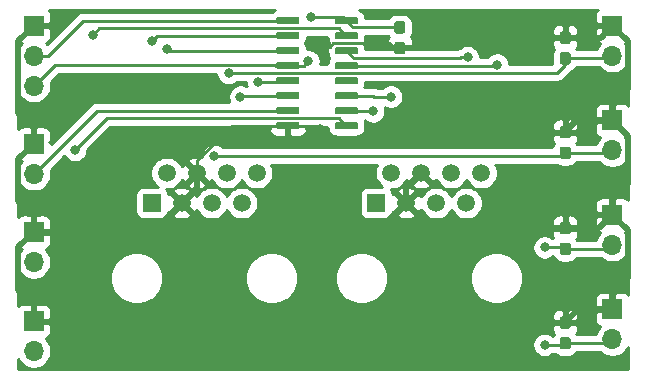
<source format=gbr>
G04 #@! TF.GenerationSoftware,KiCad,Pcbnew,5.1.5-52549c5~84~ubuntu18.04.1*
G04 #@! TF.CreationDate,2020-03-03T19:20:35-07:00*
G04 #@! TF.ProjectId,transmitter-test,7472616e-736d-4697-9474-65722d746573,rev?*
G04 #@! TF.SameCoordinates,Original*
G04 #@! TF.FileFunction,Copper,L1,Top*
G04 #@! TF.FilePolarity,Positive*
%FSLAX46Y46*%
G04 Gerber Fmt 4.6, Leading zero omitted, Abs format (unit mm)*
G04 Created by KiCad (PCBNEW 5.1.5-52549c5~84~ubuntu18.04.1) date 2020-03-03 19:20:35*
%MOMM*%
%LPD*%
G04 APERTURE LIST*
%ADD10C,0.100000*%
%ADD11O,1.700000X1.700000*%
%ADD12R,1.700000X1.700000*%
%ADD13C,1.500000*%
%ADD14R,1.500000X1.500000*%
%ADD15C,0.800000*%
%ADD16C,0.500000*%
%ADD17C,0.250000*%
%ADD18C,0.254000*%
G04 APERTURE END LIST*
G04 #@! TA.AperFunction,SMDPad,CuDef*
D10*
G36*
X115314703Y-67255722D02*
G01*
X115329264Y-67257882D01*
X115343543Y-67261459D01*
X115357403Y-67266418D01*
X115370710Y-67272712D01*
X115383336Y-67280280D01*
X115395159Y-67289048D01*
X115406066Y-67298934D01*
X115415952Y-67309841D01*
X115424720Y-67321664D01*
X115432288Y-67334290D01*
X115438582Y-67347597D01*
X115443541Y-67361457D01*
X115447118Y-67375736D01*
X115449278Y-67390297D01*
X115450000Y-67405000D01*
X115450000Y-67705000D01*
X115449278Y-67719703D01*
X115447118Y-67734264D01*
X115443541Y-67748543D01*
X115438582Y-67762403D01*
X115432288Y-67775710D01*
X115424720Y-67788336D01*
X115415952Y-67800159D01*
X115406066Y-67811066D01*
X115395159Y-67820952D01*
X115383336Y-67829720D01*
X115370710Y-67837288D01*
X115357403Y-67843582D01*
X115343543Y-67848541D01*
X115329264Y-67852118D01*
X115314703Y-67854278D01*
X115300000Y-67855000D01*
X113650000Y-67855000D01*
X113635297Y-67854278D01*
X113620736Y-67852118D01*
X113606457Y-67848541D01*
X113592597Y-67843582D01*
X113579290Y-67837288D01*
X113566664Y-67829720D01*
X113554841Y-67820952D01*
X113543934Y-67811066D01*
X113534048Y-67800159D01*
X113525280Y-67788336D01*
X113517712Y-67775710D01*
X113511418Y-67762403D01*
X113506459Y-67748543D01*
X113502882Y-67734264D01*
X113500722Y-67719703D01*
X113500000Y-67705000D01*
X113500000Y-67405000D01*
X113500722Y-67390297D01*
X113502882Y-67375736D01*
X113506459Y-67361457D01*
X113511418Y-67347597D01*
X113517712Y-67334290D01*
X113525280Y-67321664D01*
X113534048Y-67309841D01*
X113543934Y-67298934D01*
X113554841Y-67289048D01*
X113566664Y-67280280D01*
X113579290Y-67272712D01*
X113592597Y-67266418D01*
X113606457Y-67261459D01*
X113620736Y-67257882D01*
X113635297Y-67255722D01*
X113650000Y-67255000D01*
X115300000Y-67255000D01*
X115314703Y-67255722D01*
G37*
G04 #@! TD.AperFunction*
G04 #@! TA.AperFunction,SMDPad,CuDef*
G36*
X115314703Y-68525722D02*
G01*
X115329264Y-68527882D01*
X115343543Y-68531459D01*
X115357403Y-68536418D01*
X115370710Y-68542712D01*
X115383336Y-68550280D01*
X115395159Y-68559048D01*
X115406066Y-68568934D01*
X115415952Y-68579841D01*
X115424720Y-68591664D01*
X115432288Y-68604290D01*
X115438582Y-68617597D01*
X115443541Y-68631457D01*
X115447118Y-68645736D01*
X115449278Y-68660297D01*
X115450000Y-68675000D01*
X115450000Y-68975000D01*
X115449278Y-68989703D01*
X115447118Y-69004264D01*
X115443541Y-69018543D01*
X115438582Y-69032403D01*
X115432288Y-69045710D01*
X115424720Y-69058336D01*
X115415952Y-69070159D01*
X115406066Y-69081066D01*
X115395159Y-69090952D01*
X115383336Y-69099720D01*
X115370710Y-69107288D01*
X115357403Y-69113582D01*
X115343543Y-69118541D01*
X115329264Y-69122118D01*
X115314703Y-69124278D01*
X115300000Y-69125000D01*
X113650000Y-69125000D01*
X113635297Y-69124278D01*
X113620736Y-69122118D01*
X113606457Y-69118541D01*
X113592597Y-69113582D01*
X113579290Y-69107288D01*
X113566664Y-69099720D01*
X113554841Y-69090952D01*
X113543934Y-69081066D01*
X113534048Y-69070159D01*
X113525280Y-69058336D01*
X113517712Y-69045710D01*
X113511418Y-69032403D01*
X113506459Y-69018543D01*
X113502882Y-69004264D01*
X113500722Y-68989703D01*
X113500000Y-68975000D01*
X113500000Y-68675000D01*
X113500722Y-68660297D01*
X113502882Y-68645736D01*
X113506459Y-68631457D01*
X113511418Y-68617597D01*
X113517712Y-68604290D01*
X113525280Y-68591664D01*
X113534048Y-68579841D01*
X113543934Y-68568934D01*
X113554841Y-68559048D01*
X113566664Y-68550280D01*
X113579290Y-68542712D01*
X113592597Y-68536418D01*
X113606457Y-68531459D01*
X113620736Y-68527882D01*
X113635297Y-68525722D01*
X113650000Y-68525000D01*
X115300000Y-68525000D01*
X115314703Y-68525722D01*
G37*
G04 #@! TD.AperFunction*
G04 #@! TA.AperFunction,SMDPad,CuDef*
G36*
X115314703Y-69795722D02*
G01*
X115329264Y-69797882D01*
X115343543Y-69801459D01*
X115357403Y-69806418D01*
X115370710Y-69812712D01*
X115383336Y-69820280D01*
X115395159Y-69829048D01*
X115406066Y-69838934D01*
X115415952Y-69849841D01*
X115424720Y-69861664D01*
X115432288Y-69874290D01*
X115438582Y-69887597D01*
X115443541Y-69901457D01*
X115447118Y-69915736D01*
X115449278Y-69930297D01*
X115450000Y-69945000D01*
X115450000Y-70245000D01*
X115449278Y-70259703D01*
X115447118Y-70274264D01*
X115443541Y-70288543D01*
X115438582Y-70302403D01*
X115432288Y-70315710D01*
X115424720Y-70328336D01*
X115415952Y-70340159D01*
X115406066Y-70351066D01*
X115395159Y-70360952D01*
X115383336Y-70369720D01*
X115370710Y-70377288D01*
X115357403Y-70383582D01*
X115343543Y-70388541D01*
X115329264Y-70392118D01*
X115314703Y-70394278D01*
X115300000Y-70395000D01*
X113650000Y-70395000D01*
X113635297Y-70394278D01*
X113620736Y-70392118D01*
X113606457Y-70388541D01*
X113592597Y-70383582D01*
X113579290Y-70377288D01*
X113566664Y-70369720D01*
X113554841Y-70360952D01*
X113543934Y-70351066D01*
X113534048Y-70340159D01*
X113525280Y-70328336D01*
X113517712Y-70315710D01*
X113511418Y-70302403D01*
X113506459Y-70288543D01*
X113502882Y-70274264D01*
X113500722Y-70259703D01*
X113500000Y-70245000D01*
X113500000Y-69945000D01*
X113500722Y-69930297D01*
X113502882Y-69915736D01*
X113506459Y-69901457D01*
X113511418Y-69887597D01*
X113517712Y-69874290D01*
X113525280Y-69861664D01*
X113534048Y-69849841D01*
X113543934Y-69838934D01*
X113554841Y-69829048D01*
X113566664Y-69820280D01*
X113579290Y-69812712D01*
X113592597Y-69806418D01*
X113606457Y-69801459D01*
X113620736Y-69797882D01*
X113635297Y-69795722D01*
X113650000Y-69795000D01*
X115300000Y-69795000D01*
X115314703Y-69795722D01*
G37*
G04 #@! TD.AperFunction*
G04 #@! TA.AperFunction,SMDPad,CuDef*
G36*
X115314703Y-71065722D02*
G01*
X115329264Y-71067882D01*
X115343543Y-71071459D01*
X115357403Y-71076418D01*
X115370710Y-71082712D01*
X115383336Y-71090280D01*
X115395159Y-71099048D01*
X115406066Y-71108934D01*
X115415952Y-71119841D01*
X115424720Y-71131664D01*
X115432288Y-71144290D01*
X115438582Y-71157597D01*
X115443541Y-71171457D01*
X115447118Y-71185736D01*
X115449278Y-71200297D01*
X115450000Y-71215000D01*
X115450000Y-71515000D01*
X115449278Y-71529703D01*
X115447118Y-71544264D01*
X115443541Y-71558543D01*
X115438582Y-71572403D01*
X115432288Y-71585710D01*
X115424720Y-71598336D01*
X115415952Y-71610159D01*
X115406066Y-71621066D01*
X115395159Y-71630952D01*
X115383336Y-71639720D01*
X115370710Y-71647288D01*
X115357403Y-71653582D01*
X115343543Y-71658541D01*
X115329264Y-71662118D01*
X115314703Y-71664278D01*
X115300000Y-71665000D01*
X113650000Y-71665000D01*
X113635297Y-71664278D01*
X113620736Y-71662118D01*
X113606457Y-71658541D01*
X113592597Y-71653582D01*
X113579290Y-71647288D01*
X113566664Y-71639720D01*
X113554841Y-71630952D01*
X113543934Y-71621066D01*
X113534048Y-71610159D01*
X113525280Y-71598336D01*
X113517712Y-71585710D01*
X113511418Y-71572403D01*
X113506459Y-71558543D01*
X113502882Y-71544264D01*
X113500722Y-71529703D01*
X113500000Y-71515000D01*
X113500000Y-71215000D01*
X113500722Y-71200297D01*
X113502882Y-71185736D01*
X113506459Y-71171457D01*
X113511418Y-71157597D01*
X113517712Y-71144290D01*
X113525280Y-71131664D01*
X113534048Y-71119841D01*
X113543934Y-71108934D01*
X113554841Y-71099048D01*
X113566664Y-71090280D01*
X113579290Y-71082712D01*
X113592597Y-71076418D01*
X113606457Y-71071459D01*
X113620736Y-71067882D01*
X113635297Y-71065722D01*
X113650000Y-71065000D01*
X115300000Y-71065000D01*
X115314703Y-71065722D01*
G37*
G04 #@! TD.AperFunction*
G04 #@! TA.AperFunction,SMDPad,CuDef*
G36*
X115314703Y-72335722D02*
G01*
X115329264Y-72337882D01*
X115343543Y-72341459D01*
X115357403Y-72346418D01*
X115370710Y-72352712D01*
X115383336Y-72360280D01*
X115395159Y-72369048D01*
X115406066Y-72378934D01*
X115415952Y-72389841D01*
X115424720Y-72401664D01*
X115432288Y-72414290D01*
X115438582Y-72427597D01*
X115443541Y-72441457D01*
X115447118Y-72455736D01*
X115449278Y-72470297D01*
X115450000Y-72485000D01*
X115450000Y-72785000D01*
X115449278Y-72799703D01*
X115447118Y-72814264D01*
X115443541Y-72828543D01*
X115438582Y-72842403D01*
X115432288Y-72855710D01*
X115424720Y-72868336D01*
X115415952Y-72880159D01*
X115406066Y-72891066D01*
X115395159Y-72900952D01*
X115383336Y-72909720D01*
X115370710Y-72917288D01*
X115357403Y-72923582D01*
X115343543Y-72928541D01*
X115329264Y-72932118D01*
X115314703Y-72934278D01*
X115300000Y-72935000D01*
X113650000Y-72935000D01*
X113635297Y-72934278D01*
X113620736Y-72932118D01*
X113606457Y-72928541D01*
X113592597Y-72923582D01*
X113579290Y-72917288D01*
X113566664Y-72909720D01*
X113554841Y-72900952D01*
X113543934Y-72891066D01*
X113534048Y-72880159D01*
X113525280Y-72868336D01*
X113517712Y-72855710D01*
X113511418Y-72842403D01*
X113506459Y-72828543D01*
X113502882Y-72814264D01*
X113500722Y-72799703D01*
X113500000Y-72785000D01*
X113500000Y-72485000D01*
X113500722Y-72470297D01*
X113502882Y-72455736D01*
X113506459Y-72441457D01*
X113511418Y-72427597D01*
X113517712Y-72414290D01*
X113525280Y-72401664D01*
X113534048Y-72389841D01*
X113543934Y-72378934D01*
X113554841Y-72369048D01*
X113566664Y-72360280D01*
X113579290Y-72352712D01*
X113592597Y-72346418D01*
X113606457Y-72341459D01*
X113620736Y-72337882D01*
X113635297Y-72335722D01*
X113650000Y-72335000D01*
X115300000Y-72335000D01*
X115314703Y-72335722D01*
G37*
G04 #@! TD.AperFunction*
G04 #@! TA.AperFunction,SMDPad,CuDef*
G36*
X115314703Y-73605722D02*
G01*
X115329264Y-73607882D01*
X115343543Y-73611459D01*
X115357403Y-73616418D01*
X115370710Y-73622712D01*
X115383336Y-73630280D01*
X115395159Y-73639048D01*
X115406066Y-73648934D01*
X115415952Y-73659841D01*
X115424720Y-73671664D01*
X115432288Y-73684290D01*
X115438582Y-73697597D01*
X115443541Y-73711457D01*
X115447118Y-73725736D01*
X115449278Y-73740297D01*
X115450000Y-73755000D01*
X115450000Y-74055000D01*
X115449278Y-74069703D01*
X115447118Y-74084264D01*
X115443541Y-74098543D01*
X115438582Y-74112403D01*
X115432288Y-74125710D01*
X115424720Y-74138336D01*
X115415952Y-74150159D01*
X115406066Y-74161066D01*
X115395159Y-74170952D01*
X115383336Y-74179720D01*
X115370710Y-74187288D01*
X115357403Y-74193582D01*
X115343543Y-74198541D01*
X115329264Y-74202118D01*
X115314703Y-74204278D01*
X115300000Y-74205000D01*
X113650000Y-74205000D01*
X113635297Y-74204278D01*
X113620736Y-74202118D01*
X113606457Y-74198541D01*
X113592597Y-74193582D01*
X113579290Y-74187288D01*
X113566664Y-74179720D01*
X113554841Y-74170952D01*
X113543934Y-74161066D01*
X113534048Y-74150159D01*
X113525280Y-74138336D01*
X113517712Y-74125710D01*
X113511418Y-74112403D01*
X113506459Y-74098543D01*
X113502882Y-74084264D01*
X113500722Y-74069703D01*
X113500000Y-74055000D01*
X113500000Y-73755000D01*
X113500722Y-73740297D01*
X113502882Y-73725736D01*
X113506459Y-73711457D01*
X113511418Y-73697597D01*
X113517712Y-73684290D01*
X113525280Y-73671664D01*
X113534048Y-73659841D01*
X113543934Y-73648934D01*
X113554841Y-73639048D01*
X113566664Y-73630280D01*
X113579290Y-73622712D01*
X113592597Y-73616418D01*
X113606457Y-73611459D01*
X113620736Y-73607882D01*
X113635297Y-73605722D01*
X113650000Y-73605000D01*
X115300000Y-73605000D01*
X115314703Y-73605722D01*
G37*
G04 #@! TD.AperFunction*
G04 #@! TA.AperFunction,SMDPad,CuDef*
G36*
X115314703Y-74875722D02*
G01*
X115329264Y-74877882D01*
X115343543Y-74881459D01*
X115357403Y-74886418D01*
X115370710Y-74892712D01*
X115383336Y-74900280D01*
X115395159Y-74909048D01*
X115406066Y-74918934D01*
X115415952Y-74929841D01*
X115424720Y-74941664D01*
X115432288Y-74954290D01*
X115438582Y-74967597D01*
X115443541Y-74981457D01*
X115447118Y-74995736D01*
X115449278Y-75010297D01*
X115450000Y-75025000D01*
X115450000Y-75325000D01*
X115449278Y-75339703D01*
X115447118Y-75354264D01*
X115443541Y-75368543D01*
X115438582Y-75382403D01*
X115432288Y-75395710D01*
X115424720Y-75408336D01*
X115415952Y-75420159D01*
X115406066Y-75431066D01*
X115395159Y-75440952D01*
X115383336Y-75449720D01*
X115370710Y-75457288D01*
X115357403Y-75463582D01*
X115343543Y-75468541D01*
X115329264Y-75472118D01*
X115314703Y-75474278D01*
X115300000Y-75475000D01*
X113650000Y-75475000D01*
X113635297Y-75474278D01*
X113620736Y-75472118D01*
X113606457Y-75468541D01*
X113592597Y-75463582D01*
X113579290Y-75457288D01*
X113566664Y-75449720D01*
X113554841Y-75440952D01*
X113543934Y-75431066D01*
X113534048Y-75420159D01*
X113525280Y-75408336D01*
X113517712Y-75395710D01*
X113511418Y-75382403D01*
X113506459Y-75368543D01*
X113502882Y-75354264D01*
X113500722Y-75339703D01*
X113500000Y-75325000D01*
X113500000Y-75025000D01*
X113500722Y-75010297D01*
X113502882Y-74995736D01*
X113506459Y-74981457D01*
X113511418Y-74967597D01*
X113517712Y-74954290D01*
X113525280Y-74941664D01*
X113534048Y-74929841D01*
X113543934Y-74918934D01*
X113554841Y-74909048D01*
X113566664Y-74900280D01*
X113579290Y-74892712D01*
X113592597Y-74886418D01*
X113606457Y-74881459D01*
X113620736Y-74877882D01*
X113635297Y-74875722D01*
X113650000Y-74875000D01*
X115300000Y-74875000D01*
X115314703Y-74875722D01*
G37*
G04 #@! TD.AperFunction*
G04 #@! TA.AperFunction,SMDPad,CuDef*
G36*
X115314703Y-76145722D02*
G01*
X115329264Y-76147882D01*
X115343543Y-76151459D01*
X115357403Y-76156418D01*
X115370710Y-76162712D01*
X115383336Y-76170280D01*
X115395159Y-76179048D01*
X115406066Y-76188934D01*
X115415952Y-76199841D01*
X115424720Y-76211664D01*
X115432288Y-76224290D01*
X115438582Y-76237597D01*
X115443541Y-76251457D01*
X115447118Y-76265736D01*
X115449278Y-76280297D01*
X115450000Y-76295000D01*
X115450000Y-76595000D01*
X115449278Y-76609703D01*
X115447118Y-76624264D01*
X115443541Y-76638543D01*
X115438582Y-76652403D01*
X115432288Y-76665710D01*
X115424720Y-76678336D01*
X115415952Y-76690159D01*
X115406066Y-76701066D01*
X115395159Y-76710952D01*
X115383336Y-76719720D01*
X115370710Y-76727288D01*
X115357403Y-76733582D01*
X115343543Y-76738541D01*
X115329264Y-76742118D01*
X115314703Y-76744278D01*
X115300000Y-76745000D01*
X113650000Y-76745000D01*
X113635297Y-76744278D01*
X113620736Y-76742118D01*
X113606457Y-76738541D01*
X113592597Y-76733582D01*
X113579290Y-76727288D01*
X113566664Y-76719720D01*
X113554841Y-76710952D01*
X113543934Y-76701066D01*
X113534048Y-76690159D01*
X113525280Y-76678336D01*
X113517712Y-76665710D01*
X113511418Y-76652403D01*
X113506459Y-76638543D01*
X113502882Y-76624264D01*
X113500722Y-76609703D01*
X113500000Y-76595000D01*
X113500000Y-76295000D01*
X113500722Y-76280297D01*
X113502882Y-76265736D01*
X113506459Y-76251457D01*
X113511418Y-76237597D01*
X113517712Y-76224290D01*
X113525280Y-76211664D01*
X113534048Y-76199841D01*
X113543934Y-76188934D01*
X113554841Y-76179048D01*
X113566664Y-76170280D01*
X113579290Y-76162712D01*
X113592597Y-76156418D01*
X113606457Y-76151459D01*
X113620736Y-76147882D01*
X113635297Y-76145722D01*
X113650000Y-76145000D01*
X115300000Y-76145000D01*
X115314703Y-76145722D01*
G37*
G04 #@! TD.AperFunction*
G04 #@! TA.AperFunction,SMDPad,CuDef*
G36*
X110364703Y-76145722D02*
G01*
X110379264Y-76147882D01*
X110393543Y-76151459D01*
X110407403Y-76156418D01*
X110420710Y-76162712D01*
X110433336Y-76170280D01*
X110445159Y-76179048D01*
X110456066Y-76188934D01*
X110465952Y-76199841D01*
X110474720Y-76211664D01*
X110482288Y-76224290D01*
X110488582Y-76237597D01*
X110493541Y-76251457D01*
X110497118Y-76265736D01*
X110499278Y-76280297D01*
X110500000Y-76295000D01*
X110500000Y-76595000D01*
X110499278Y-76609703D01*
X110497118Y-76624264D01*
X110493541Y-76638543D01*
X110488582Y-76652403D01*
X110482288Y-76665710D01*
X110474720Y-76678336D01*
X110465952Y-76690159D01*
X110456066Y-76701066D01*
X110445159Y-76710952D01*
X110433336Y-76719720D01*
X110420710Y-76727288D01*
X110407403Y-76733582D01*
X110393543Y-76738541D01*
X110379264Y-76742118D01*
X110364703Y-76744278D01*
X110350000Y-76745000D01*
X108700000Y-76745000D01*
X108685297Y-76744278D01*
X108670736Y-76742118D01*
X108656457Y-76738541D01*
X108642597Y-76733582D01*
X108629290Y-76727288D01*
X108616664Y-76719720D01*
X108604841Y-76710952D01*
X108593934Y-76701066D01*
X108584048Y-76690159D01*
X108575280Y-76678336D01*
X108567712Y-76665710D01*
X108561418Y-76652403D01*
X108556459Y-76638543D01*
X108552882Y-76624264D01*
X108550722Y-76609703D01*
X108550000Y-76595000D01*
X108550000Y-76295000D01*
X108550722Y-76280297D01*
X108552882Y-76265736D01*
X108556459Y-76251457D01*
X108561418Y-76237597D01*
X108567712Y-76224290D01*
X108575280Y-76211664D01*
X108584048Y-76199841D01*
X108593934Y-76188934D01*
X108604841Y-76179048D01*
X108616664Y-76170280D01*
X108629290Y-76162712D01*
X108642597Y-76156418D01*
X108656457Y-76151459D01*
X108670736Y-76147882D01*
X108685297Y-76145722D01*
X108700000Y-76145000D01*
X110350000Y-76145000D01*
X110364703Y-76145722D01*
G37*
G04 #@! TD.AperFunction*
G04 #@! TA.AperFunction,SMDPad,CuDef*
G36*
X110364703Y-74875722D02*
G01*
X110379264Y-74877882D01*
X110393543Y-74881459D01*
X110407403Y-74886418D01*
X110420710Y-74892712D01*
X110433336Y-74900280D01*
X110445159Y-74909048D01*
X110456066Y-74918934D01*
X110465952Y-74929841D01*
X110474720Y-74941664D01*
X110482288Y-74954290D01*
X110488582Y-74967597D01*
X110493541Y-74981457D01*
X110497118Y-74995736D01*
X110499278Y-75010297D01*
X110500000Y-75025000D01*
X110500000Y-75325000D01*
X110499278Y-75339703D01*
X110497118Y-75354264D01*
X110493541Y-75368543D01*
X110488582Y-75382403D01*
X110482288Y-75395710D01*
X110474720Y-75408336D01*
X110465952Y-75420159D01*
X110456066Y-75431066D01*
X110445159Y-75440952D01*
X110433336Y-75449720D01*
X110420710Y-75457288D01*
X110407403Y-75463582D01*
X110393543Y-75468541D01*
X110379264Y-75472118D01*
X110364703Y-75474278D01*
X110350000Y-75475000D01*
X108700000Y-75475000D01*
X108685297Y-75474278D01*
X108670736Y-75472118D01*
X108656457Y-75468541D01*
X108642597Y-75463582D01*
X108629290Y-75457288D01*
X108616664Y-75449720D01*
X108604841Y-75440952D01*
X108593934Y-75431066D01*
X108584048Y-75420159D01*
X108575280Y-75408336D01*
X108567712Y-75395710D01*
X108561418Y-75382403D01*
X108556459Y-75368543D01*
X108552882Y-75354264D01*
X108550722Y-75339703D01*
X108550000Y-75325000D01*
X108550000Y-75025000D01*
X108550722Y-75010297D01*
X108552882Y-74995736D01*
X108556459Y-74981457D01*
X108561418Y-74967597D01*
X108567712Y-74954290D01*
X108575280Y-74941664D01*
X108584048Y-74929841D01*
X108593934Y-74918934D01*
X108604841Y-74909048D01*
X108616664Y-74900280D01*
X108629290Y-74892712D01*
X108642597Y-74886418D01*
X108656457Y-74881459D01*
X108670736Y-74877882D01*
X108685297Y-74875722D01*
X108700000Y-74875000D01*
X110350000Y-74875000D01*
X110364703Y-74875722D01*
G37*
G04 #@! TD.AperFunction*
G04 #@! TA.AperFunction,SMDPad,CuDef*
G36*
X110364703Y-73605722D02*
G01*
X110379264Y-73607882D01*
X110393543Y-73611459D01*
X110407403Y-73616418D01*
X110420710Y-73622712D01*
X110433336Y-73630280D01*
X110445159Y-73639048D01*
X110456066Y-73648934D01*
X110465952Y-73659841D01*
X110474720Y-73671664D01*
X110482288Y-73684290D01*
X110488582Y-73697597D01*
X110493541Y-73711457D01*
X110497118Y-73725736D01*
X110499278Y-73740297D01*
X110500000Y-73755000D01*
X110500000Y-74055000D01*
X110499278Y-74069703D01*
X110497118Y-74084264D01*
X110493541Y-74098543D01*
X110488582Y-74112403D01*
X110482288Y-74125710D01*
X110474720Y-74138336D01*
X110465952Y-74150159D01*
X110456066Y-74161066D01*
X110445159Y-74170952D01*
X110433336Y-74179720D01*
X110420710Y-74187288D01*
X110407403Y-74193582D01*
X110393543Y-74198541D01*
X110379264Y-74202118D01*
X110364703Y-74204278D01*
X110350000Y-74205000D01*
X108700000Y-74205000D01*
X108685297Y-74204278D01*
X108670736Y-74202118D01*
X108656457Y-74198541D01*
X108642597Y-74193582D01*
X108629290Y-74187288D01*
X108616664Y-74179720D01*
X108604841Y-74170952D01*
X108593934Y-74161066D01*
X108584048Y-74150159D01*
X108575280Y-74138336D01*
X108567712Y-74125710D01*
X108561418Y-74112403D01*
X108556459Y-74098543D01*
X108552882Y-74084264D01*
X108550722Y-74069703D01*
X108550000Y-74055000D01*
X108550000Y-73755000D01*
X108550722Y-73740297D01*
X108552882Y-73725736D01*
X108556459Y-73711457D01*
X108561418Y-73697597D01*
X108567712Y-73684290D01*
X108575280Y-73671664D01*
X108584048Y-73659841D01*
X108593934Y-73648934D01*
X108604841Y-73639048D01*
X108616664Y-73630280D01*
X108629290Y-73622712D01*
X108642597Y-73616418D01*
X108656457Y-73611459D01*
X108670736Y-73607882D01*
X108685297Y-73605722D01*
X108700000Y-73605000D01*
X110350000Y-73605000D01*
X110364703Y-73605722D01*
G37*
G04 #@! TD.AperFunction*
G04 #@! TA.AperFunction,SMDPad,CuDef*
G36*
X110364703Y-72335722D02*
G01*
X110379264Y-72337882D01*
X110393543Y-72341459D01*
X110407403Y-72346418D01*
X110420710Y-72352712D01*
X110433336Y-72360280D01*
X110445159Y-72369048D01*
X110456066Y-72378934D01*
X110465952Y-72389841D01*
X110474720Y-72401664D01*
X110482288Y-72414290D01*
X110488582Y-72427597D01*
X110493541Y-72441457D01*
X110497118Y-72455736D01*
X110499278Y-72470297D01*
X110500000Y-72485000D01*
X110500000Y-72785000D01*
X110499278Y-72799703D01*
X110497118Y-72814264D01*
X110493541Y-72828543D01*
X110488582Y-72842403D01*
X110482288Y-72855710D01*
X110474720Y-72868336D01*
X110465952Y-72880159D01*
X110456066Y-72891066D01*
X110445159Y-72900952D01*
X110433336Y-72909720D01*
X110420710Y-72917288D01*
X110407403Y-72923582D01*
X110393543Y-72928541D01*
X110379264Y-72932118D01*
X110364703Y-72934278D01*
X110350000Y-72935000D01*
X108700000Y-72935000D01*
X108685297Y-72934278D01*
X108670736Y-72932118D01*
X108656457Y-72928541D01*
X108642597Y-72923582D01*
X108629290Y-72917288D01*
X108616664Y-72909720D01*
X108604841Y-72900952D01*
X108593934Y-72891066D01*
X108584048Y-72880159D01*
X108575280Y-72868336D01*
X108567712Y-72855710D01*
X108561418Y-72842403D01*
X108556459Y-72828543D01*
X108552882Y-72814264D01*
X108550722Y-72799703D01*
X108550000Y-72785000D01*
X108550000Y-72485000D01*
X108550722Y-72470297D01*
X108552882Y-72455736D01*
X108556459Y-72441457D01*
X108561418Y-72427597D01*
X108567712Y-72414290D01*
X108575280Y-72401664D01*
X108584048Y-72389841D01*
X108593934Y-72378934D01*
X108604841Y-72369048D01*
X108616664Y-72360280D01*
X108629290Y-72352712D01*
X108642597Y-72346418D01*
X108656457Y-72341459D01*
X108670736Y-72337882D01*
X108685297Y-72335722D01*
X108700000Y-72335000D01*
X110350000Y-72335000D01*
X110364703Y-72335722D01*
G37*
G04 #@! TD.AperFunction*
G04 #@! TA.AperFunction,SMDPad,CuDef*
G36*
X110364703Y-71065722D02*
G01*
X110379264Y-71067882D01*
X110393543Y-71071459D01*
X110407403Y-71076418D01*
X110420710Y-71082712D01*
X110433336Y-71090280D01*
X110445159Y-71099048D01*
X110456066Y-71108934D01*
X110465952Y-71119841D01*
X110474720Y-71131664D01*
X110482288Y-71144290D01*
X110488582Y-71157597D01*
X110493541Y-71171457D01*
X110497118Y-71185736D01*
X110499278Y-71200297D01*
X110500000Y-71215000D01*
X110500000Y-71515000D01*
X110499278Y-71529703D01*
X110497118Y-71544264D01*
X110493541Y-71558543D01*
X110488582Y-71572403D01*
X110482288Y-71585710D01*
X110474720Y-71598336D01*
X110465952Y-71610159D01*
X110456066Y-71621066D01*
X110445159Y-71630952D01*
X110433336Y-71639720D01*
X110420710Y-71647288D01*
X110407403Y-71653582D01*
X110393543Y-71658541D01*
X110379264Y-71662118D01*
X110364703Y-71664278D01*
X110350000Y-71665000D01*
X108700000Y-71665000D01*
X108685297Y-71664278D01*
X108670736Y-71662118D01*
X108656457Y-71658541D01*
X108642597Y-71653582D01*
X108629290Y-71647288D01*
X108616664Y-71639720D01*
X108604841Y-71630952D01*
X108593934Y-71621066D01*
X108584048Y-71610159D01*
X108575280Y-71598336D01*
X108567712Y-71585710D01*
X108561418Y-71572403D01*
X108556459Y-71558543D01*
X108552882Y-71544264D01*
X108550722Y-71529703D01*
X108550000Y-71515000D01*
X108550000Y-71215000D01*
X108550722Y-71200297D01*
X108552882Y-71185736D01*
X108556459Y-71171457D01*
X108561418Y-71157597D01*
X108567712Y-71144290D01*
X108575280Y-71131664D01*
X108584048Y-71119841D01*
X108593934Y-71108934D01*
X108604841Y-71099048D01*
X108616664Y-71090280D01*
X108629290Y-71082712D01*
X108642597Y-71076418D01*
X108656457Y-71071459D01*
X108670736Y-71067882D01*
X108685297Y-71065722D01*
X108700000Y-71065000D01*
X110350000Y-71065000D01*
X110364703Y-71065722D01*
G37*
G04 #@! TD.AperFunction*
G04 #@! TA.AperFunction,SMDPad,CuDef*
G36*
X110364703Y-69795722D02*
G01*
X110379264Y-69797882D01*
X110393543Y-69801459D01*
X110407403Y-69806418D01*
X110420710Y-69812712D01*
X110433336Y-69820280D01*
X110445159Y-69829048D01*
X110456066Y-69838934D01*
X110465952Y-69849841D01*
X110474720Y-69861664D01*
X110482288Y-69874290D01*
X110488582Y-69887597D01*
X110493541Y-69901457D01*
X110497118Y-69915736D01*
X110499278Y-69930297D01*
X110500000Y-69945000D01*
X110500000Y-70245000D01*
X110499278Y-70259703D01*
X110497118Y-70274264D01*
X110493541Y-70288543D01*
X110488582Y-70302403D01*
X110482288Y-70315710D01*
X110474720Y-70328336D01*
X110465952Y-70340159D01*
X110456066Y-70351066D01*
X110445159Y-70360952D01*
X110433336Y-70369720D01*
X110420710Y-70377288D01*
X110407403Y-70383582D01*
X110393543Y-70388541D01*
X110379264Y-70392118D01*
X110364703Y-70394278D01*
X110350000Y-70395000D01*
X108700000Y-70395000D01*
X108685297Y-70394278D01*
X108670736Y-70392118D01*
X108656457Y-70388541D01*
X108642597Y-70383582D01*
X108629290Y-70377288D01*
X108616664Y-70369720D01*
X108604841Y-70360952D01*
X108593934Y-70351066D01*
X108584048Y-70340159D01*
X108575280Y-70328336D01*
X108567712Y-70315710D01*
X108561418Y-70302403D01*
X108556459Y-70288543D01*
X108552882Y-70274264D01*
X108550722Y-70259703D01*
X108550000Y-70245000D01*
X108550000Y-69945000D01*
X108550722Y-69930297D01*
X108552882Y-69915736D01*
X108556459Y-69901457D01*
X108561418Y-69887597D01*
X108567712Y-69874290D01*
X108575280Y-69861664D01*
X108584048Y-69849841D01*
X108593934Y-69838934D01*
X108604841Y-69829048D01*
X108616664Y-69820280D01*
X108629290Y-69812712D01*
X108642597Y-69806418D01*
X108656457Y-69801459D01*
X108670736Y-69797882D01*
X108685297Y-69795722D01*
X108700000Y-69795000D01*
X110350000Y-69795000D01*
X110364703Y-69795722D01*
G37*
G04 #@! TD.AperFunction*
G04 #@! TA.AperFunction,SMDPad,CuDef*
G36*
X110364703Y-68525722D02*
G01*
X110379264Y-68527882D01*
X110393543Y-68531459D01*
X110407403Y-68536418D01*
X110420710Y-68542712D01*
X110433336Y-68550280D01*
X110445159Y-68559048D01*
X110456066Y-68568934D01*
X110465952Y-68579841D01*
X110474720Y-68591664D01*
X110482288Y-68604290D01*
X110488582Y-68617597D01*
X110493541Y-68631457D01*
X110497118Y-68645736D01*
X110499278Y-68660297D01*
X110500000Y-68675000D01*
X110500000Y-68975000D01*
X110499278Y-68989703D01*
X110497118Y-69004264D01*
X110493541Y-69018543D01*
X110488582Y-69032403D01*
X110482288Y-69045710D01*
X110474720Y-69058336D01*
X110465952Y-69070159D01*
X110456066Y-69081066D01*
X110445159Y-69090952D01*
X110433336Y-69099720D01*
X110420710Y-69107288D01*
X110407403Y-69113582D01*
X110393543Y-69118541D01*
X110379264Y-69122118D01*
X110364703Y-69124278D01*
X110350000Y-69125000D01*
X108700000Y-69125000D01*
X108685297Y-69124278D01*
X108670736Y-69122118D01*
X108656457Y-69118541D01*
X108642597Y-69113582D01*
X108629290Y-69107288D01*
X108616664Y-69099720D01*
X108604841Y-69090952D01*
X108593934Y-69081066D01*
X108584048Y-69070159D01*
X108575280Y-69058336D01*
X108567712Y-69045710D01*
X108561418Y-69032403D01*
X108556459Y-69018543D01*
X108552882Y-69004264D01*
X108550722Y-68989703D01*
X108550000Y-68975000D01*
X108550000Y-68675000D01*
X108550722Y-68660297D01*
X108552882Y-68645736D01*
X108556459Y-68631457D01*
X108561418Y-68617597D01*
X108567712Y-68604290D01*
X108575280Y-68591664D01*
X108584048Y-68579841D01*
X108593934Y-68568934D01*
X108604841Y-68559048D01*
X108616664Y-68550280D01*
X108629290Y-68542712D01*
X108642597Y-68536418D01*
X108656457Y-68531459D01*
X108670736Y-68527882D01*
X108685297Y-68525722D01*
X108700000Y-68525000D01*
X110350000Y-68525000D01*
X110364703Y-68525722D01*
G37*
G04 #@! TD.AperFunction*
G04 #@! TA.AperFunction,SMDPad,CuDef*
G36*
X110364703Y-67255722D02*
G01*
X110379264Y-67257882D01*
X110393543Y-67261459D01*
X110407403Y-67266418D01*
X110420710Y-67272712D01*
X110433336Y-67280280D01*
X110445159Y-67289048D01*
X110456066Y-67298934D01*
X110465952Y-67309841D01*
X110474720Y-67321664D01*
X110482288Y-67334290D01*
X110488582Y-67347597D01*
X110493541Y-67361457D01*
X110497118Y-67375736D01*
X110499278Y-67390297D01*
X110500000Y-67405000D01*
X110500000Y-67705000D01*
X110499278Y-67719703D01*
X110497118Y-67734264D01*
X110493541Y-67748543D01*
X110488582Y-67762403D01*
X110482288Y-67775710D01*
X110474720Y-67788336D01*
X110465952Y-67800159D01*
X110456066Y-67811066D01*
X110445159Y-67820952D01*
X110433336Y-67829720D01*
X110420710Y-67837288D01*
X110407403Y-67843582D01*
X110393543Y-67848541D01*
X110379264Y-67852118D01*
X110364703Y-67854278D01*
X110350000Y-67855000D01*
X108700000Y-67855000D01*
X108685297Y-67854278D01*
X108670736Y-67852118D01*
X108656457Y-67848541D01*
X108642597Y-67843582D01*
X108629290Y-67837288D01*
X108616664Y-67829720D01*
X108604841Y-67820952D01*
X108593934Y-67811066D01*
X108584048Y-67800159D01*
X108575280Y-67788336D01*
X108567712Y-67775710D01*
X108561418Y-67762403D01*
X108556459Y-67748543D01*
X108552882Y-67734264D01*
X108550722Y-67719703D01*
X108550000Y-67705000D01*
X108550000Y-67405000D01*
X108550722Y-67390297D01*
X108552882Y-67375736D01*
X108556459Y-67361457D01*
X108561418Y-67347597D01*
X108567712Y-67334290D01*
X108575280Y-67321664D01*
X108584048Y-67309841D01*
X108593934Y-67298934D01*
X108604841Y-67289048D01*
X108616664Y-67280280D01*
X108629290Y-67272712D01*
X108642597Y-67266418D01*
X108656457Y-67261459D01*
X108670736Y-67257882D01*
X108685297Y-67255722D01*
X108700000Y-67255000D01*
X110350000Y-67255000D01*
X110364703Y-67255722D01*
G37*
G04 #@! TD.AperFunction*
D11*
X137000000Y-94540000D03*
D12*
X137000000Y-92000000D03*
D11*
X137000000Y-86540000D03*
D12*
X137000000Y-84000000D03*
D11*
X137000000Y-78540000D03*
D12*
X137000000Y-76000000D03*
D11*
X137000000Y-70540000D03*
D12*
X137000000Y-68000000D03*
D13*
X125890000Y-80460000D03*
X124620000Y-83000000D03*
X123350000Y-80460000D03*
X122080000Y-83000000D03*
X120810000Y-80460000D03*
X119540000Y-83000000D03*
X118270000Y-80460000D03*
D14*
X117000000Y-83000000D03*
D13*
X106890000Y-80460000D03*
X105620000Y-83000000D03*
X104350000Y-80460000D03*
X103080000Y-83000000D03*
X101810000Y-80460000D03*
X100540000Y-83000000D03*
X99270000Y-80460000D03*
D14*
X98000000Y-83000000D03*
D11*
X88000000Y-95540000D03*
D12*
X88000000Y-93000000D03*
D11*
X88000000Y-88000000D03*
D12*
X88000000Y-85460000D03*
D11*
X88000000Y-80540000D03*
D12*
X88000000Y-78000000D03*
D11*
X88000000Y-73080000D03*
X88000000Y-70540000D03*
D12*
X88000000Y-68000000D03*
G04 #@! TA.AperFunction,SMDPad,CuDef*
D10*
G36*
X133260779Y-92601144D02*
G01*
X133283834Y-92604563D01*
X133306443Y-92610227D01*
X133328387Y-92618079D01*
X133349457Y-92628044D01*
X133369448Y-92640026D01*
X133388168Y-92653910D01*
X133405438Y-92669562D01*
X133421090Y-92686832D01*
X133434974Y-92705552D01*
X133446956Y-92725543D01*
X133456921Y-92746613D01*
X133464773Y-92768557D01*
X133470437Y-92791166D01*
X133473856Y-92814221D01*
X133475000Y-92837500D01*
X133475000Y-93412500D01*
X133473856Y-93435779D01*
X133470437Y-93458834D01*
X133464773Y-93481443D01*
X133456921Y-93503387D01*
X133446956Y-93524457D01*
X133434974Y-93544448D01*
X133421090Y-93563168D01*
X133405438Y-93580438D01*
X133388168Y-93596090D01*
X133369448Y-93609974D01*
X133349457Y-93621956D01*
X133328387Y-93631921D01*
X133306443Y-93639773D01*
X133283834Y-93645437D01*
X133260779Y-93648856D01*
X133237500Y-93650000D01*
X132762500Y-93650000D01*
X132739221Y-93648856D01*
X132716166Y-93645437D01*
X132693557Y-93639773D01*
X132671613Y-93631921D01*
X132650543Y-93621956D01*
X132630552Y-93609974D01*
X132611832Y-93596090D01*
X132594562Y-93580438D01*
X132578910Y-93563168D01*
X132565026Y-93544448D01*
X132553044Y-93524457D01*
X132543079Y-93503387D01*
X132535227Y-93481443D01*
X132529563Y-93458834D01*
X132526144Y-93435779D01*
X132525000Y-93412500D01*
X132525000Y-92837500D01*
X132526144Y-92814221D01*
X132529563Y-92791166D01*
X132535227Y-92768557D01*
X132543079Y-92746613D01*
X132553044Y-92725543D01*
X132565026Y-92705552D01*
X132578910Y-92686832D01*
X132594562Y-92669562D01*
X132611832Y-92653910D01*
X132630552Y-92640026D01*
X132650543Y-92628044D01*
X132671613Y-92618079D01*
X132693557Y-92610227D01*
X132716166Y-92604563D01*
X132739221Y-92601144D01*
X132762500Y-92600000D01*
X133237500Y-92600000D01*
X133260779Y-92601144D01*
G37*
G04 #@! TD.AperFunction*
G04 #@! TA.AperFunction,SMDPad,CuDef*
G36*
X133260779Y-94351144D02*
G01*
X133283834Y-94354563D01*
X133306443Y-94360227D01*
X133328387Y-94368079D01*
X133349457Y-94378044D01*
X133369448Y-94390026D01*
X133388168Y-94403910D01*
X133405438Y-94419562D01*
X133421090Y-94436832D01*
X133434974Y-94455552D01*
X133446956Y-94475543D01*
X133456921Y-94496613D01*
X133464773Y-94518557D01*
X133470437Y-94541166D01*
X133473856Y-94564221D01*
X133475000Y-94587500D01*
X133475000Y-95162500D01*
X133473856Y-95185779D01*
X133470437Y-95208834D01*
X133464773Y-95231443D01*
X133456921Y-95253387D01*
X133446956Y-95274457D01*
X133434974Y-95294448D01*
X133421090Y-95313168D01*
X133405438Y-95330438D01*
X133388168Y-95346090D01*
X133369448Y-95359974D01*
X133349457Y-95371956D01*
X133328387Y-95381921D01*
X133306443Y-95389773D01*
X133283834Y-95395437D01*
X133260779Y-95398856D01*
X133237500Y-95400000D01*
X132762500Y-95400000D01*
X132739221Y-95398856D01*
X132716166Y-95395437D01*
X132693557Y-95389773D01*
X132671613Y-95381921D01*
X132650543Y-95371956D01*
X132630552Y-95359974D01*
X132611832Y-95346090D01*
X132594562Y-95330438D01*
X132578910Y-95313168D01*
X132565026Y-95294448D01*
X132553044Y-95274457D01*
X132543079Y-95253387D01*
X132535227Y-95231443D01*
X132529563Y-95208834D01*
X132526144Y-95185779D01*
X132525000Y-95162500D01*
X132525000Y-94587500D01*
X132526144Y-94564221D01*
X132529563Y-94541166D01*
X132535227Y-94518557D01*
X132543079Y-94496613D01*
X132553044Y-94475543D01*
X132565026Y-94455552D01*
X132578910Y-94436832D01*
X132594562Y-94419562D01*
X132611832Y-94403910D01*
X132630552Y-94390026D01*
X132650543Y-94378044D01*
X132671613Y-94368079D01*
X132693557Y-94360227D01*
X132716166Y-94354563D01*
X132739221Y-94351144D01*
X132762500Y-94350000D01*
X133237500Y-94350000D01*
X133260779Y-94351144D01*
G37*
G04 #@! TD.AperFunction*
G04 #@! TA.AperFunction,SMDPad,CuDef*
G36*
X133260779Y-84601144D02*
G01*
X133283834Y-84604563D01*
X133306443Y-84610227D01*
X133328387Y-84618079D01*
X133349457Y-84628044D01*
X133369448Y-84640026D01*
X133388168Y-84653910D01*
X133405438Y-84669562D01*
X133421090Y-84686832D01*
X133434974Y-84705552D01*
X133446956Y-84725543D01*
X133456921Y-84746613D01*
X133464773Y-84768557D01*
X133470437Y-84791166D01*
X133473856Y-84814221D01*
X133475000Y-84837500D01*
X133475000Y-85412500D01*
X133473856Y-85435779D01*
X133470437Y-85458834D01*
X133464773Y-85481443D01*
X133456921Y-85503387D01*
X133446956Y-85524457D01*
X133434974Y-85544448D01*
X133421090Y-85563168D01*
X133405438Y-85580438D01*
X133388168Y-85596090D01*
X133369448Y-85609974D01*
X133349457Y-85621956D01*
X133328387Y-85631921D01*
X133306443Y-85639773D01*
X133283834Y-85645437D01*
X133260779Y-85648856D01*
X133237500Y-85650000D01*
X132762500Y-85650000D01*
X132739221Y-85648856D01*
X132716166Y-85645437D01*
X132693557Y-85639773D01*
X132671613Y-85631921D01*
X132650543Y-85621956D01*
X132630552Y-85609974D01*
X132611832Y-85596090D01*
X132594562Y-85580438D01*
X132578910Y-85563168D01*
X132565026Y-85544448D01*
X132553044Y-85524457D01*
X132543079Y-85503387D01*
X132535227Y-85481443D01*
X132529563Y-85458834D01*
X132526144Y-85435779D01*
X132525000Y-85412500D01*
X132525000Y-84837500D01*
X132526144Y-84814221D01*
X132529563Y-84791166D01*
X132535227Y-84768557D01*
X132543079Y-84746613D01*
X132553044Y-84725543D01*
X132565026Y-84705552D01*
X132578910Y-84686832D01*
X132594562Y-84669562D01*
X132611832Y-84653910D01*
X132630552Y-84640026D01*
X132650543Y-84628044D01*
X132671613Y-84618079D01*
X132693557Y-84610227D01*
X132716166Y-84604563D01*
X132739221Y-84601144D01*
X132762500Y-84600000D01*
X133237500Y-84600000D01*
X133260779Y-84601144D01*
G37*
G04 #@! TD.AperFunction*
G04 #@! TA.AperFunction,SMDPad,CuDef*
G36*
X133260779Y-86351144D02*
G01*
X133283834Y-86354563D01*
X133306443Y-86360227D01*
X133328387Y-86368079D01*
X133349457Y-86378044D01*
X133369448Y-86390026D01*
X133388168Y-86403910D01*
X133405438Y-86419562D01*
X133421090Y-86436832D01*
X133434974Y-86455552D01*
X133446956Y-86475543D01*
X133456921Y-86496613D01*
X133464773Y-86518557D01*
X133470437Y-86541166D01*
X133473856Y-86564221D01*
X133475000Y-86587500D01*
X133475000Y-87162500D01*
X133473856Y-87185779D01*
X133470437Y-87208834D01*
X133464773Y-87231443D01*
X133456921Y-87253387D01*
X133446956Y-87274457D01*
X133434974Y-87294448D01*
X133421090Y-87313168D01*
X133405438Y-87330438D01*
X133388168Y-87346090D01*
X133369448Y-87359974D01*
X133349457Y-87371956D01*
X133328387Y-87381921D01*
X133306443Y-87389773D01*
X133283834Y-87395437D01*
X133260779Y-87398856D01*
X133237500Y-87400000D01*
X132762500Y-87400000D01*
X132739221Y-87398856D01*
X132716166Y-87395437D01*
X132693557Y-87389773D01*
X132671613Y-87381921D01*
X132650543Y-87371956D01*
X132630552Y-87359974D01*
X132611832Y-87346090D01*
X132594562Y-87330438D01*
X132578910Y-87313168D01*
X132565026Y-87294448D01*
X132553044Y-87274457D01*
X132543079Y-87253387D01*
X132535227Y-87231443D01*
X132529563Y-87208834D01*
X132526144Y-87185779D01*
X132525000Y-87162500D01*
X132525000Y-86587500D01*
X132526144Y-86564221D01*
X132529563Y-86541166D01*
X132535227Y-86518557D01*
X132543079Y-86496613D01*
X132553044Y-86475543D01*
X132565026Y-86455552D01*
X132578910Y-86436832D01*
X132594562Y-86419562D01*
X132611832Y-86403910D01*
X132630552Y-86390026D01*
X132650543Y-86378044D01*
X132671613Y-86368079D01*
X132693557Y-86360227D01*
X132716166Y-86354563D01*
X132739221Y-86351144D01*
X132762500Y-86350000D01*
X133237500Y-86350000D01*
X133260779Y-86351144D01*
G37*
G04 #@! TD.AperFunction*
G04 #@! TA.AperFunction,SMDPad,CuDef*
G36*
X133260779Y-76476144D02*
G01*
X133283834Y-76479563D01*
X133306443Y-76485227D01*
X133328387Y-76493079D01*
X133349457Y-76503044D01*
X133369448Y-76515026D01*
X133388168Y-76528910D01*
X133405438Y-76544562D01*
X133421090Y-76561832D01*
X133434974Y-76580552D01*
X133446956Y-76600543D01*
X133456921Y-76621613D01*
X133464773Y-76643557D01*
X133470437Y-76666166D01*
X133473856Y-76689221D01*
X133475000Y-76712500D01*
X133475000Y-77287500D01*
X133473856Y-77310779D01*
X133470437Y-77333834D01*
X133464773Y-77356443D01*
X133456921Y-77378387D01*
X133446956Y-77399457D01*
X133434974Y-77419448D01*
X133421090Y-77438168D01*
X133405438Y-77455438D01*
X133388168Y-77471090D01*
X133369448Y-77484974D01*
X133349457Y-77496956D01*
X133328387Y-77506921D01*
X133306443Y-77514773D01*
X133283834Y-77520437D01*
X133260779Y-77523856D01*
X133237500Y-77525000D01*
X132762500Y-77525000D01*
X132739221Y-77523856D01*
X132716166Y-77520437D01*
X132693557Y-77514773D01*
X132671613Y-77506921D01*
X132650543Y-77496956D01*
X132630552Y-77484974D01*
X132611832Y-77471090D01*
X132594562Y-77455438D01*
X132578910Y-77438168D01*
X132565026Y-77419448D01*
X132553044Y-77399457D01*
X132543079Y-77378387D01*
X132535227Y-77356443D01*
X132529563Y-77333834D01*
X132526144Y-77310779D01*
X132525000Y-77287500D01*
X132525000Y-76712500D01*
X132526144Y-76689221D01*
X132529563Y-76666166D01*
X132535227Y-76643557D01*
X132543079Y-76621613D01*
X132553044Y-76600543D01*
X132565026Y-76580552D01*
X132578910Y-76561832D01*
X132594562Y-76544562D01*
X132611832Y-76528910D01*
X132630552Y-76515026D01*
X132650543Y-76503044D01*
X132671613Y-76493079D01*
X132693557Y-76485227D01*
X132716166Y-76479563D01*
X132739221Y-76476144D01*
X132762500Y-76475000D01*
X133237500Y-76475000D01*
X133260779Y-76476144D01*
G37*
G04 #@! TD.AperFunction*
G04 #@! TA.AperFunction,SMDPad,CuDef*
G36*
X133260779Y-78226144D02*
G01*
X133283834Y-78229563D01*
X133306443Y-78235227D01*
X133328387Y-78243079D01*
X133349457Y-78253044D01*
X133369448Y-78265026D01*
X133388168Y-78278910D01*
X133405438Y-78294562D01*
X133421090Y-78311832D01*
X133434974Y-78330552D01*
X133446956Y-78350543D01*
X133456921Y-78371613D01*
X133464773Y-78393557D01*
X133470437Y-78416166D01*
X133473856Y-78439221D01*
X133475000Y-78462500D01*
X133475000Y-79037500D01*
X133473856Y-79060779D01*
X133470437Y-79083834D01*
X133464773Y-79106443D01*
X133456921Y-79128387D01*
X133446956Y-79149457D01*
X133434974Y-79169448D01*
X133421090Y-79188168D01*
X133405438Y-79205438D01*
X133388168Y-79221090D01*
X133369448Y-79234974D01*
X133349457Y-79246956D01*
X133328387Y-79256921D01*
X133306443Y-79264773D01*
X133283834Y-79270437D01*
X133260779Y-79273856D01*
X133237500Y-79275000D01*
X132762500Y-79275000D01*
X132739221Y-79273856D01*
X132716166Y-79270437D01*
X132693557Y-79264773D01*
X132671613Y-79256921D01*
X132650543Y-79246956D01*
X132630552Y-79234974D01*
X132611832Y-79221090D01*
X132594562Y-79205438D01*
X132578910Y-79188168D01*
X132565026Y-79169448D01*
X132553044Y-79149457D01*
X132543079Y-79128387D01*
X132535227Y-79106443D01*
X132529563Y-79083834D01*
X132526144Y-79060779D01*
X132525000Y-79037500D01*
X132525000Y-78462500D01*
X132526144Y-78439221D01*
X132529563Y-78416166D01*
X132535227Y-78393557D01*
X132543079Y-78371613D01*
X132553044Y-78350543D01*
X132565026Y-78330552D01*
X132578910Y-78311832D01*
X132594562Y-78294562D01*
X132611832Y-78278910D01*
X132630552Y-78265026D01*
X132650543Y-78253044D01*
X132671613Y-78243079D01*
X132693557Y-78235227D01*
X132716166Y-78229563D01*
X132739221Y-78226144D01*
X132762500Y-78225000D01*
X133237500Y-78225000D01*
X133260779Y-78226144D01*
G37*
G04 #@! TD.AperFunction*
G04 #@! TA.AperFunction,SMDPad,CuDef*
G36*
X133260779Y-68476144D02*
G01*
X133283834Y-68479563D01*
X133306443Y-68485227D01*
X133328387Y-68493079D01*
X133349457Y-68503044D01*
X133369448Y-68515026D01*
X133388168Y-68528910D01*
X133405438Y-68544562D01*
X133421090Y-68561832D01*
X133434974Y-68580552D01*
X133446956Y-68600543D01*
X133456921Y-68621613D01*
X133464773Y-68643557D01*
X133470437Y-68666166D01*
X133473856Y-68689221D01*
X133475000Y-68712500D01*
X133475000Y-69287500D01*
X133473856Y-69310779D01*
X133470437Y-69333834D01*
X133464773Y-69356443D01*
X133456921Y-69378387D01*
X133446956Y-69399457D01*
X133434974Y-69419448D01*
X133421090Y-69438168D01*
X133405438Y-69455438D01*
X133388168Y-69471090D01*
X133369448Y-69484974D01*
X133349457Y-69496956D01*
X133328387Y-69506921D01*
X133306443Y-69514773D01*
X133283834Y-69520437D01*
X133260779Y-69523856D01*
X133237500Y-69525000D01*
X132762500Y-69525000D01*
X132739221Y-69523856D01*
X132716166Y-69520437D01*
X132693557Y-69514773D01*
X132671613Y-69506921D01*
X132650543Y-69496956D01*
X132630552Y-69484974D01*
X132611832Y-69471090D01*
X132594562Y-69455438D01*
X132578910Y-69438168D01*
X132565026Y-69419448D01*
X132553044Y-69399457D01*
X132543079Y-69378387D01*
X132535227Y-69356443D01*
X132529563Y-69333834D01*
X132526144Y-69310779D01*
X132525000Y-69287500D01*
X132525000Y-68712500D01*
X132526144Y-68689221D01*
X132529563Y-68666166D01*
X132535227Y-68643557D01*
X132543079Y-68621613D01*
X132553044Y-68600543D01*
X132565026Y-68580552D01*
X132578910Y-68561832D01*
X132594562Y-68544562D01*
X132611832Y-68528910D01*
X132630552Y-68515026D01*
X132650543Y-68503044D01*
X132671613Y-68493079D01*
X132693557Y-68485227D01*
X132716166Y-68479563D01*
X132739221Y-68476144D01*
X132762500Y-68475000D01*
X133237500Y-68475000D01*
X133260779Y-68476144D01*
G37*
G04 #@! TD.AperFunction*
G04 #@! TA.AperFunction,SMDPad,CuDef*
G36*
X133260779Y-70226144D02*
G01*
X133283834Y-70229563D01*
X133306443Y-70235227D01*
X133328387Y-70243079D01*
X133349457Y-70253044D01*
X133369448Y-70265026D01*
X133388168Y-70278910D01*
X133405438Y-70294562D01*
X133421090Y-70311832D01*
X133434974Y-70330552D01*
X133446956Y-70350543D01*
X133456921Y-70371613D01*
X133464773Y-70393557D01*
X133470437Y-70416166D01*
X133473856Y-70439221D01*
X133475000Y-70462500D01*
X133475000Y-71037500D01*
X133473856Y-71060779D01*
X133470437Y-71083834D01*
X133464773Y-71106443D01*
X133456921Y-71128387D01*
X133446956Y-71149457D01*
X133434974Y-71169448D01*
X133421090Y-71188168D01*
X133405438Y-71205438D01*
X133388168Y-71221090D01*
X133369448Y-71234974D01*
X133349457Y-71246956D01*
X133328387Y-71256921D01*
X133306443Y-71264773D01*
X133283834Y-71270437D01*
X133260779Y-71273856D01*
X133237500Y-71275000D01*
X132762500Y-71275000D01*
X132739221Y-71273856D01*
X132716166Y-71270437D01*
X132693557Y-71264773D01*
X132671613Y-71256921D01*
X132650543Y-71246956D01*
X132630552Y-71234974D01*
X132611832Y-71221090D01*
X132594562Y-71205438D01*
X132578910Y-71188168D01*
X132565026Y-71169448D01*
X132553044Y-71149457D01*
X132543079Y-71128387D01*
X132535227Y-71106443D01*
X132529563Y-71083834D01*
X132526144Y-71060779D01*
X132525000Y-71037500D01*
X132525000Y-70462500D01*
X132526144Y-70439221D01*
X132529563Y-70416166D01*
X132535227Y-70393557D01*
X132543079Y-70371613D01*
X132553044Y-70350543D01*
X132565026Y-70330552D01*
X132578910Y-70311832D01*
X132594562Y-70294562D01*
X132611832Y-70278910D01*
X132630552Y-70265026D01*
X132650543Y-70253044D01*
X132671613Y-70243079D01*
X132693557Y-70235227D01*
X132716166Y-70229563D01*
X132739221Y-70226144D01*
X132762500Y-70225000D01*
X133237500Y-70225000D01*
X133260779Y-70226144D01*
G37*
G04 #@! TD.AperFunction*
G04 #@! TA.AperFunction,SMDPad,CuDef*
G36*
X119260779Y-69351144D02*
G01*
X119283834Y-69354563D01*
X119306443Y-69360227D01*
X119328387Y-69368079D01*
X119349457Y-69378044D01*
X119369448Y-69390026D01*
X119388168Y-69403910D01*
X119405438Y-69419562D01*
X119421090Y-69436832D01*
X119434974Y-69455552D01*
X119446956Y-69475543D01*
X119456921Y-69496613D01*
X119464773Y-69518557D01*
X119470437Y-69541166D01*
X119473856Y-69564221D01*
X119475000Y-69587500D01*
X119475000Y-70162500D01*
X119473856Y-70185779D01*
X119470437Y-70208834D01*
X119464773Y-70231443D01*
X119456921Y-70253387D01*
X119446956Y-70274457D01*
X119434974Y-70294448D01*
X119421090Y-70313168D01*
X119405438Y-70330438D01*
X119388168Y-70346090D01*
X119369448Y-70359974D01*
X119349457Y-70371956D01*
X119328387Y-70381921D01*
X119306443Y-70389773D01*
X119283834Y-70395437D01*
X119260779Y-70398856D01*
X119237500Y-70400000D01*
X118762500Y-70400000D01*
X118739221Y-70398856D01*
X118716166Y-70395437D01*
X118693557Y-70389773D01*
X118671613Y-70381921D01*
X118650543Y-70371956D01*
X118630552Y-70359974D01*
X118611832Y-70346090D01*
X118594562Y-70330438D01*
X118578910Y-70313168D01*
X118565026Y-70294448D01*
X118553044Y-70274457D01*
X118543079Y-70253387D01*
X118535227Y-70231443D01*
X118529563Y-70208834D01*
X118526144Y-70185779D01*
X118525000Y-70162500D01*
X118525000Y-69587500D01*
X118526144Y-69564221D01*
X118529563Y-69541166D01*
X118535227Y-69518557D01*
X118543079Y-69496613D01*
X118553044Y-69475543D01*
X118565026Y-69455552D01*
X118578910Y-69436832D01*
X118594562Y-69419562D01*
X118611832Y-69403910D01*
X118630552Y-69390026D01*
X118650543Y-69378044D01*
X118671613Y-69368079D01*
X118693557Y-69360227D01*
X118716166Y-69354563D01*
X118739221Y-69351144D01*
X118762500Y-69350000D01*
X119237500Y-69350000D01*
X119260779Y-69351144D01*
G37*
G04 #@! TD.AperFunction*
G04 #@! TA.AperFunction,SMDPad,CuDef*
G36*
X119260779Y-67601144D02*
G01*
X119283834Y-67604563D01*
X119306443Y-67610227D01*
X119328387Y-67618079D01*
X119349457Y-67628044D01*
X119369448Y-67640026D01*
X119388168Y-67653910D01*
X119405438Y-67669562D01*
X119421090Y-67686832D01*
X119434974Y-67705552D01*
X119446956Y-67725543D01*
X119456921Y-67746613D01*
X119464773Y-67768557D01*
X119470437Y-67791166D01*
X119473856Y-67814221D01*
X119475000Y-67837500D01*
X119475000Y-68412500D01*
X119473856Y-68435779D01*
X119470437Y-68458834D01*
X119464773Y-68481443D01*
X119456921Y-68503387D01*
X119446956Y-68524457D01*
X119434974Y-68544448D01*
X119421090Y-68563168D01*
X119405438Y-68580438D01*
X119388168Y-68596090D01*
X119369448Y-68609974D01*
X119349457Y-68621956D01*
X119328387Y-68631921D01*
X119306443Y-68639773D01*
X119283834Y-68645437D01*
X119260779Y-68648856D01*
X119237500Y-68650000D01*
X118762500Y-68650000D01*
X118739221Y-68648856D01*
X118716166Y-68645437D01*
X118693557Y-68639773D01*
X118671613Y-68631921D01*
X118650543Y-68621956D01*
X118630552Y-68609974D01*
X118611832Y-68596090D01*
X118594562Y-68580438D01*
X118578910Y-68563168D01*
X118565026Y-68544448D01*
X118553044Y-68524457D01*
X118543079Y-68503387D01*
X118535227Y-68481443D01*
X118529563Y-68458834D01*
X118526144Y-68435779D01*
X118525000Y-68412500D01*
X118525000Y-67837500D01*
X118526144Y-67814221D01*
X118529563Y-67791166D01*
X118535227Y-67768557D01*
X118543079Y-67746613D01*
X118553044Y-67725543D01*
X118565026Y-67705552D01*
X118578910Y-67686832D01*
X118594562Y-67669562D01*
X118611832Y-67653910D01*
X118630552Y-67640026D01*
X118650543Y-67628044D01*
X118671613Y-67618079D01*
X118693557Y-67610227D01*
X118716166Y-67604563D01*
X118739221Y-67601144D01*
X118762500Y-67600000D01*
X119237500Y-67600000D01*
X119260779Y-67601144D01*
G37*
G04 #@! TD.AperFunction*
D15*
X112250000Y-76750000D03*
X112500000Y-69750000D03*
X111250000Y-71000000D03*
X111500000Y-67250000D03*
X104500000Y-72000000D03*
X103250000Y-79000000D03*
X131250000Y-86750000D03*
X131250000Y-95000000D03*
X91500000Y-78500000D03*
X93000000Y-68750000D03*
X107000000Y-72750000D03*
X105500000Y-74000000D03*
X99250000Y-70000000D03*
X98000000Y-69250000D03*
X127245332Y-71274990D03*
X124730256Y-70639990D03*
X118250000Y-74000000D03*
X116750000Y-75250000D03*
D16*
X88000000Y-76650000D02*
X88000000Y-78000000D01*
X86699999Y-75349999D02*
X88000000Y-76650000D01*
X88000000Y-68000000D02*
X86699999Y-69300001D01*
X86699999Y-69300001D02*
X86699999Y-75349999D01*
X88000000Y-84110000D02*
X88000000Y-85460000D01*
X86699999Y-82809999D02*
X88000000Y-84110000D01*
X88000000Y-78000000D02*
X86699999Y-79300001D01*
X86699999Y-79300001D02*
X86699999Y-82809999D01*
X88000000Y-91650000D02*
X88000000Y-93000000D01*
X86699999Y-90349999D02*
X88000000Y-91650000D01*
X88000000Y-85460000D02*
X86699999Y-86760001D01*
X86699999Y-86760001D02*
X86699999Y-90349999D01*
X98080000Y-85460000D02*
X100540000Y-83000000D01*
X88000000Y-85460000D02*
X98080000Y-85460000D01*
X101810000Y-81730000D02*
X100540000Y-83000000D01*
X101810000Y-80460000D02*
X101810000Y-81730000D01*
X117080000Y-85460000D02*
X119540000Y-83000000D01*
X119540000Y-81730000D02*
X120810000Y-80460000D01*
X119540000Y-83000000D02*
X119540000Y-81730000D01*
X117415000Y-85125000D02*
X133000000Y-85125000D01*
X117080000Y-85460000D02*
X117415000Y-85125000D01*
X135875000Y-85125000D02*
X137000000Y-84000000D01*
X133000000Y-85125000D02*
X135875000Y-85125000D01*
X137000000Y-90650000D02*
X137000000Y-92000000D01*
X138300001Y-89349999D02*
X137000000Y-90650000D01*
X137000000Y-84000000D02*
X138300001Y-85300001D01*
X138300001Y-85300001D02*
X138300001Y-89349999D01*
X134125000Y-92000000D02*
X133000000Y-93125000D01*
X137000000Y-92000000D02*
X134125000Y-92000000D01*
X138300001Y-77300001D02*
X137000000Y-76000000D01*
X138300001Y-81349999D02*
X138300001Y-77300001D01*
X137000000Y-84000000D02*
X137000000Y-82650000D01*
X137000000Y-82650000D02*
X138300001Y-81349999D01*
X138300001Y-69300001D02*
X137000000Y-68000000D01*
X138300001Y-73349999D02*
X138300001Y-69300001D01*
X137000000Y-76000000D02*
X137000000Y-74650000D01*
X137000000Y-74650000D02*
X138300001Y-73349999D01*
X136000000Y-69000000D02*
X137000000Y-68000000D01*
X133000000Y-69000000D02*
X136000000Y-69000000D01*
X134000000Y-76000000D02*
X133000000Y-77000000D01*
X137000000Y-76000000D02*
X134000000Y-76000000D01*
X98080000Y-85460000D02*
X108500000Y-85500000D01*
X108500000Y-85500000D02*
X117080000Y-85460000D01*
D17*
X104764340Y-76445000D02*
X108550000Y-76445000D01*
X101810000Y-80460000D02*
X101810000Y-79399340D01*
X108550000Y-76445000D02*
X109525000Y-76445000D01*
X101810000Y-79399340D02*
X104764340Y-76445000D01*
X109525000Y-76445000D02*
X111945000Y-76445000D01*
X111945000Y-76445000D02*
X112250000Y-76750000D01*
X118525000Y-69875000D02*
X119000000Y-69875000D01*
X118119990Y-69469990D02*
X118525000Y-69875000D01*
X112500000Y-69750000D02*
X113065685Y-69750000D01*
X113345695Y-69469990D02*
X118119990Y-69469990D01*
X113065685Y-69750000D02*
X113345695Y-69469990D01*
X115045000Y-68125000D02*
X119000000Y-68125000D01*
X114475000Y-67555000D02*
X115045000Y-68125000D01*
X89805001Y-71274999D02*
X108459999Y-71274999D01*
X108459999Y-71274999D02*
X108550000Y-71365000D01*
X88000000Y-73080000D02*
X89805001Y-71274999D01*
X108550000Y-71365000D02*
X109525000Y-71365000D01*
X109525000Y-71365000D02*
X110885000Y-71365000D01*
X110885000Y-71365000D02*
X111250000Y-71000000D01*
X114170000Y-67250000D02*
X114475000Y-67555000D01*
X111500000Y-67250000D02*
X114170000Y-67250000D01*
X132275000Y-72000000D02*
X133000000Y-71275000D01*
X104500000Y-72000000D02*
X132275000Y-72000000D01*
X133000000Y-71275000D02*
X133000000Y-70750000D01*
X136790000Y-70750000D02*
X137000000Y-70540000D01*
X133000000Y-70750000D02*
X136790000Y-70750000D01*
X136790000Y-78750000D02*
X137000000Y-78540000D01*
X133000000Y-78750000D02*
X136790000Y-78750000D01*
X132750000Y-79000000D02*
X133000000Y-78750000D01*
X103250000Y-79000000D02*
X132750000Y-79000000D01*
X136665000Y-86875000D02*
X137000000Y-86540000D01*
X133000000Y-86875000D02*
X136665000Y-86875000D01*
X132875000Y-86750000D02*
X133000000Y-86875000D01*
X131250000Y-86750000D02*
X132875000Y-86750000D01*
X136665000Y-94875000D02*
X137000000Y-94540000D01*
X133000000Y-94875000D02*
X136665000Y-94875000D01*
X132875000Y-95000000D02*
X133000000Y-94875000D01*
X131250000Y-95000000D02*
X132875000Y-95000000D01*
X92187081Y-67555000D02*
X109525000Y-67555000D01*
X88000000Y-70540000D02*
X89202081Y-70540000D01*
X89202081Y-70540000D02*
X92187081Y-67555000D01*
X93365000Y-75175000D02*
X88849999Y-79690001D01*
X88849999Y-79690001D02*
X88000000Y-80540000D01*
X109525000Y-75175000D02*
X93365000Y-75175000D01*
X114475000Y-76445000D02*
X113849990Y-75819990D01*
X94180010Y-75819990D02*
X91500000Y-78500000D01*
X113849990Y-75819990D02*
X94180010Y-75819990D01*
X93550010Y-68199990D02*
X93000000Y-68750000D01*
X114475000Y-68825000D02*
X113849990Y-68199990D01*
X113849990Y-68199990D02*
X93550010Y-68199990D01*
X109410000Y-72750000D02*
X109525000Y-72635000D01*
X107000000Y-72750000D02*
X109410000Y-72750000D01*
X105595000Y-73905000D02*
X105500000Y-74000000D01*
X109525000Y-73905000D02*
X105595000Y-73905000D01*
X109525000Y-70095000D02*
X99345000Y-70095000D01*
X99345000Y-70095000D02*
X99250000Y-70000000D01*
X109525000Y-68825000D02*
X98425000Y-68825000D01*
X98425000Y-68825000D02*
X98000000Y-69250000D01*
X114475000Y-71365000D02*
X127155322Y-71365000D01*
X127155322Y-71365000D02*
X127245332Y-71274990D01*
X124164571Y-70639990D02*
X124730256Y-70639990D01*
X114475000Y-70095000D02*
X115110373Y-70730373D01*
X124074188Y-70730373D02*
X124164571Y-70639990D01*
X115110373Y-70730373D02*
X124074188Y-70730373D01*
X114475000Y-73905000D02*
X116753322Y-73905000D01*
X116848322Y-74000000D02*
X118250000Y-74000000D01*
X116753322Y-73905000D02*
X116848322Y-74000000D01*
X114475000Y-75175000D02*
X116675000Y-75175000D01*
X116675000Y-75175000D02*
X116750000Y-75250000D01*
D18*
G36*
X138340000Y-74746112D02*
G01*
X138301185Y-74698815D01*
X138204494Y-74619463D01*
X138094180Y-74560498D01*
X137974482Y-74524188D01*
X137850000Y-74511928D01*
X137285750Y-74515000D01*
X137127000Y-74673750D01*
X137127000Y-75873000D01*
X137147000Y-75873000D01*
X137147000Y-76127000D01*
X137127000Y-76127000D01*
X137127000Y-76147000D01*
X136873000Y-76147000D01*
X136873000Y-76127000D01*
X135673750Y-76127000D01*
X135515000Y-76285750D01*
X135511928Y-76850000D01*
X135524188Y-76974482D01*
X135560498Y-77094180D01*
X135619463Y-77204494D01*
X135698815Y-77301185D01*
X135795506Y-77380537D01*
X135905820Y-77439502D01*
X135978380Y-77461513D01*
X135846525Y-77593368D01*
X135684010Y-77836589D01*
X135620465Y-77990000D01*
X133972964Y-77990000D01*
X133965512Y-77976058D01*
X133945901Y-77952161D01*
X134005537Y-77879494D01*
X134064502Y-77769180D01*
X134100812Y-77649482D01*
X134113072Y-77525000D01*
X134110000Y-77285750D01*
X133951250Y-77127000D01*
X133127000Y-77127000D01*
X133127000Y-77147000D01*
X132873000Y-77147000D01*
X132873000Y-77127000D01*
X132048750Y-77127000D01*
X131890000Y-77285750D01*
X131886928Y-77525000D01*
X131899188Y-77649482D01*
X131935498Y-77769180D01*
X131994463Y-77879494D01*
X132054099Y-77952161D01*
X132034488Y-77976058D01*
X131953577Y-78127433D01*
X131919430Y-78240000D01*
X103953711Y-78240000D01*
X103909774Y-78196063D01*
X103740256Y-78082795D01*
X103551898Y-78004774D01*
X103351939Y-77965000D01*
X103148061Y-77965000D01*
X102948102Y-78004774D01*
X102759744Y-78082795D01*
X102590226Y-78196063D01*
X102446063Y-78340226D01*
X102332795Y-78509744D01*
X102254774Y-78698102D01*
X102215000Y-78898061D01*
X102215000Y-79101939D01*
X102221588Y-79135061D01*
X102010040Y-79082750D01*
X101737508Y-79070188D01*
X101467762Y-79111035D01*
X101211168Y-79203723D01*
X101098137Y-79264140D01*
X101032612Y-79503007D01*
X101810000Y-80280395D01*
X101824143Y-80266253D01*
X102003748Y-80445858D01*
X101989605Y-80460000D01*
X102766993Y-81237388D01*
X103005860Y-81171863D01*
X103080164Y-81013523D01*
X103122629Y-81116043D01*
X103274201Y-81342886D01*
X103467114Y-81535799D01*
X103693957Y-81687371D01*
X103946011Y-81791775D01*
X104213589Y-81845000D01*
X104486411Y-81845000D01*
X104753989Y-81791775D01*
X105006043Y-81687371D01*
X105232886Y-81535799D01*
X105425799Y-81342886D01*
X105577371Y-81116043D01*
X105620000Y-81013127D01*
X105662629Y-81116043D01*
X105814201Y-81342886D01*
X106007114Y-81535799D01*
X106233957Y-81687371D01*
X106486011Y-81791775D01*
X106753589Y-81845000D01*
X107026411Y-81845000D01*
X107293989Y-81791775D01*
X107546043Y-81687371D01*
X107772886Y-81535799D01*
X107965799Y-81342886D01*
X108117371Y-81116043D01*
X108221775Y-80863989D01*
X108275000Y-80596411D01*
X108275000Y-80323589D01*
X108221775Y-80056011D01*
X108117371Y-79803957D01*
X108088000Y-79760000D01*
X117072000Y-79760000D01*
X117042629Y-79803957D01*
X116938225Y-80056011D01*
X116885000Y-80323589D01*
X116885000Y-80596411D01*
X116938225Y-80863989D01*
X117042629Y-81116043D01*
X117194201Y-81342886D01*
X117387114Y-81535799D01*
X117501049Y-81611928D01*
X116250000Y-81611928D01*
X116125518Y-81624188D01*
X116005820Y-81660498D01*
X115895506Y-81719463D01*
X115798815Y-81798815D01*
X115719463Y-81895506D01*
X115660498Y-82005820D01*
X115624188Y-82125518D01*
X115611928Y-82250000D01*
X115611928Y-83750000D01*
X115624188Y-83874482D01*
X115660498Y-83994180D01*
X115719463Y-84104494D01*
X115798815Y-84201185D01*
X115895506Y-84280537D01*
X116005820Y-84339502D01*
X116125518Y-84375812D01*
X116250000Y-84388072D01*
X117750000Y-84388072D01*
X117874482Y-84375812D01*
X117994180Y-84339502D01*
X118104494Y-84280537D01*
X118201185Y-84201185D01*
X118280537Y-84104494D01*
X118339502Y-83994180D01*
X118350782Y-83956993D01*
X118762612Y-83956993D01*
X118828137Y-84195860D01*
X119075116Y-84311760D01*
X119339960Y-84377250D01*
X119612492Y-84389812D01*
X119882238Y-84348965D01*
X120138832Y-84256277D01*
X120251863Y-84195860D01*
X120317388Y-83956993D01*
X119540000Y-83179605D01*
X118762612Y-83956993D01*
X118350782Y-83956993D01*
X118375812Y-83874482D01*
X118388072Y-83750000D01*
X118388072Y-83723914D01*
X118583007Y-83777388D01*
X119360395Y-83000000D01*
X119719605Y-83000000D01*
X120496993Y-83777388D01*
X120735860Y-83711863D01*
X120810164Y-83553523D01*
X120852629Y-83656043D01*
X121004201Y-83882886D01*
X121197114Y-84075799D01*
X121423957Y-84227371D01*
X121676011Y-84331775D01*
X121943589Y-84385000D01*
X122216411Y-84385000D01*
X122483989Y-84331775D01*
X122736043Y-84227371D01*
X122962886Y-84075799D01*
X123155799Y-83882886D01*
X123307371Y-83656043D01*
X123350000Y-83553127D01*
X123392629Y-83656043D01*
X123544201Y-83882886D01*
X123737114Y-84075799D01*
X123963957Y-84227371D01*
X124216011Y-84331775D01*
X124483589Y-84385000D01*
X124756411Y-84385000D01*
X125023989Y-84331775D01*
X125276043Y-84227371D01*
X125502886Y-84075799D01*
X125695799Y-83882886D01*
X125847371Y-83656043D01*
X125951775Y-83403989D01*
X126002296Y-83150000D01*
X135511928Y-83150000D01*
X135515000Y-83714250D01*
X135673750Y-83873000D01*
X136873000Y-83873000D01*
X136873000Y-82673750D01*
X136714250Y-82515000D01*
X136150000Y-82511928D01*
X136025518Y-82524188D01*
X135905820Y-82560498D01*
X135795506Y-82619463D01*
X135698815Y-82698815D01*
X135619463Y-82795506D01*
X135560498Y-82905820D01*
X135524188Y-83025518D01*
X135511928Y-83150000D01*
X126002296Y-83150000D01*
X126005000Y-83136411D01*
X126005000Y-82863589D01*
X125951775Y-82596011D01*
X125847371Y-82343957D01*
X125695799Y-82117114D01*
X125502886Y-81924201D01*
X125276043Y-81772629D01*
X125023989Y-81668225D01*
X124756411Y-81615000D01*
X124483589Y-81615000D01*
X124216011Y-81668225D01*
X123963957Y-81772629D01*
X123737114Y-81924201D01*
X123544201Y-82117114D01*
X123392629Y-82343957D01*
X123350000Y-82446873D01*
X123307371Y-82343957D01*
X123155799Y-82117114D01*
X122962886Y-81924201D01*
X122736043Y-81772629D01*
X122483989Y-81668225D01*
X122216411Y-81615000D01*
X121943589Y-81615000D01*
X121676011Y-81668225D01*
X121423957Y-81772629D01*
X121197114Y-81924201D01*
X121004201Y-82117114D01*
X120852629Y-82343957D01*
X120811489Y-82443279D01*
X120796277Y-82401168D01*
X120735860Y-82288137D01*
X120496993Y-82222612D01*
X119719605Y-83000000D01*
X119360395Y-83000000D01*
X118583007Y-82222612D01*
X118388072Y-82276086D01*
X118388072Y-82250000D01*
X118375812Y-82125518D01*
X118350783Y-82043007D01*
X118762612Y-82043007D01*
X119540000Y-82820395D01*
X120317388Y-82043007D01*
X120251863Y-81804140D01*
X120004884Y-81688240D01*
X119740040Y-81622750D01*
X119467508Y-81610188D01*
X119197762Y-81651035D01*
X118941168Y-81743723D01*
X118828137Y-81804140D01*
X118762612Y-82043007D01*
X118350783Y-82043007D01*
X118339502Y-82005820D01*
X118280537Y-81895506D01*
X118239088Y-81845000D01*
X118406411Y-81845000D01*
X118673989Y-81791775D01*
X118926043Y-81687371D01*
X119152886Y-81535799D01*
X119271692Y-81416993D01*
X120032612Y-81416993D01*
X120098137Y-81655860D01*
X120345116Y-81771760D01*
X120609960Y-81837250D01*
X120882492Y-81849812D01*
X121152238Y-81808965D01*
X121408832Y-81716277D01*
X121521863Y-81655860D01*
X121587388Y-81416993D01*
X120810000Y-80639605D01*
X120032612Y-81416993D01*
X119271692Y-81416993D01*
X119345799Y-81342886D01*
X119497371Y-81116043D01*
X119538511Y-81016721D01*
X119553723Y-81058832D01*
X119614140Y-81171863D01*
X119853007Y-81237388D01*
X120630395Y-80460000D01*
X120616253Y-80445858D01*
X120795858Y-80266253D01*
X120810000Y-80280395D01*
X120824143Y-80266253D01*
X121003748Y-80445858D01*
X120989605Y-80460000D01*
X121766993Y-81237388D01*
X122005860Y-81171863D01*
X122080164Y-81013523D01*
X122122629Y-81116043D01*
X122274201Y-81342886D01*
X122467114Y-81535799D01*
X122693957Y-81687371D01*
X122946011Y-81791775D01*
X123213589Y-81845000D01*
X123486411Y-81845000D01*
X123753989Y-81791775D01*
X124006043Y-81687371D01*
X124232886Y-81535799D01*
X124425799Y-81342886D01*
X124577371Y-81116043D01*
X124620000Y-81013127D01*
X124662629Y-81116043D01*
X124814201Y-81342886D01*
X125007114Y-81535799D01*
X125233957Y-81687371D01*
X125486011Y-81791775D01*
X125753589Y-81845000D01*
X126026411Y-81845000D01*
X126293989Y-81791775D01*
X126546043Y-81687371D01*
X126772886Y-81535799D01*
X126965799Y-81342886D01*
X127117371Y-81116043D01*
X127221775Y-80863989D01*
X127275000Y-80596411D01*
X127275000Y-80323589D01*
X127221775Y-80056011D01*
X127117371Y-79803957D01*
X127088000Y-79760000D01*
X132269342Y-79760000D01*
X132276058Y-79765512D01*
X132427433Y-79846423D01*
X132591684Y-79896248D01*
X132762500Y-79913072D01*
X133237500Y-79913072D01*
X133408316Y-79896248D01*
X133572567Y-79846423D01*
X133723942Y-79765512D01*
X133856623Y-79656623D01*
X133965512Y-79523942D01*
X133972964Y-79510000D01*
X135869893Y-79510000D01*
X136053368Y-79693475D01*
X136296589Y-79855990D01*
X136566842Y-79967932D01*
X136853740Y-80025000D01*
X137146260Y-80025000D01*
X137433158Y-79967932D01*
X137703411Y-79855990D01*
X137946632Y-79693475D01*
X138153475Y-79486632D01*
X138315990Y-79243411D01*
X138340000Y-79185444D01*
X138340001Y-82746112D01*
X138301185Y-82698815D01*
X138204494Y-82619463D01*
X138094180Y-82560498D01*
X137974482Y-82524188D01*
X137850000Y-82511928D01*
X137285750Y-82515000D01*
X137127000Y-82673750D01*
X137127000Y-83873000D01*
X137147000Y-83873000D01*
X137147000Y-84127000D01*
X137127000Y-84127000D01*
X137127000Y-84147000D01*
X136873000Y-84147000D01*
X136873000Y-84127000D01*
X135673750Y-84127000D01*
X135515000Y-84285750D01*
X135511928Y-84850000D01*
X135524188Y-84974482D01*
X135560498Y-85094180D01*
X135619463Y-85204494D01*
X135698815Y-85301185D01*
X135795506Y-85380537D01*
X135905820Y-85439502D01*
X135978380Y-85461513D01*
X135846525Y-85593368D01*
X135684010Y-85836589D01*
X135572068Y-86106842D01*
X135570445Y-86115000D01*
X133972964Y-86115000D01*
X133965512Y-86101058D01*
X133945901Y-86077161D01*
X134005537Y-86004494D01*
X134064502Y-85894180D01*
X134100812Y-85774482D01*
X134113072Y-85650000D01*
X134110000Y-85410750D01*
X133951250Y-85252000D01*
X133127000Y-85252000D01*
X133127000Y-85272000D01*
X132873000Y-85272000D01*
X132873000Y-85252000D01*
X132048750Y-85252000D01*
X131890000Y-85410750D01*
X131886928Y-85650000D01*
X131899188Y-85774482D01*
X131935498Y-85894180D01*
X131986716Y-85990000D01*
X131953711Y-85990000D01*
X131909774Y-85946063D01*
X131740256Y-85832795D01*
X131551898Y-85754774D01*
X131351939Y-85715000D01*
X131148061Y-85715000D01*
X130948102Y-85754774D01*
X130759744Y-85832795D01*
X130590226Y-85946063D01*
X130446063Y-86090226D01*
X130332795Y-86259744D01*
X130254774Y-86448102D01*
X130215000Y-86648061D01*
X130215000Y-86851939D01*
X130254774Y-87051898D01*
X130332795Y-87240256D01*
X130446063Y-87409774D01*
X130590226Y-87553937D01*
X130759744Y-87667205D01*
X130948102Y-87745226D01*
X131148061Y-87785000D01*
X131351939Y-87785000D01*
X131551898Y-87745226D01*
X131740256Y-87667205D01*
X131909774Y-87553937D01*
X131953711Y-87510000D01*
X131960223Y-87510000D01*
X132034488Y-87648942D01*
X132143377Y-87781623D01*
X132276058Y-87890512D01*
X132427433Y-87971423D01*
X132591684Y-88021248D01*
X132762500Y-88038072D01*
X133237500Y-88038072D01*
X133408316Y-88021248D01*
X133572567Y-87971423D01*
X133723942Y-87890512D01*
X133856623Y-87781623D01*
X133965512Y-87648942D01*
X133972964Y-87635000D01*
X135994893Y-87635000D01*
X136053368Y-87693475D01*
X136296589Y-87855990D01*
X136566842Y-87967932D01*
X136853740Y-88025000D01*
X137146260Y-88025000D01*
X137433158Y-87967932D01*
X137703411Y-87855990D01*
X137946632Y-87693475D01*
X138153475Y-87486632D01*
X138315990Y-87243411D01*
X138340001Y-87185444D01*
X138340001Y-90746112D01*
X138301185Y-90698815D01*
X138204494Y-90619463D01*
X138094180Y-90560498D01*
X137974482Y-90524188D01*
X137850000Y-90511928D01*
X137285750Y-90515000D01*
X137127000Y-90673750D01*
X137127000Y-91873000D01*
X137147000Y-91873000D01*
X137147000Y-92127000D01*
X137127000Y-92127000D01*
X137127000Y-92147000D01*
X136873000Y-92147000D01*
X136873000Y-92127000D01*
X135673750Y-92127000D01*
X135515000Y-92285750D01*
X135511928Y-92850000D01*
X135524188Y-92974482D01*
X135560498Y-93094180D01*
X135619463Y-93204494D01*
X135698815Y-93301185D01*
X135795506Y-93380537D01*
X135905820Y-93439502D01*
X135978380Y-93461513D01*
X135846525Y-93593368D01*
X135684010Y-93836589D01*
X135572068Y-94106842D01*
X135570445Y-94115000D01*
X133972964Y-94115000D01*
X133965512Y-94101058D01*
X133945901Y-94077161D01*
X134005537Y-94004494D01*
X134064502Y-93894180D01*
X134100812Y-93774482D01*
X134113072Y-93650000D01*
X134110000Y-93410750D01*
X133951250Y-93252000D01*
X133127000Y-93252000D01*
X133127000Y-93272000D01*
X132873000Y-93272000D01*
X132873000Y-93252000D01*
X132048750Y-93252000D01*
X131890000Y-93410750D01*
X131886928Y-93650000D01*
X131899188Y-93774482D01*
X131935498Y-93894180D01*
X131994463Y-94004494D01*
X132054099Y-94077161D01*
X132034488Y-94101058D01*
X131960223Y-94240000D01*
X131953711Y-94240000D01*
X131909774Y-94196063D01*
X131740256Y-94082795D01*
X131551898Y-94004774D01*
X131351939Y-93965000D01*
X131148061Y-93965000D01*
X130948102Y-94004774D01*
X130759744Y-94082795D01*
X130590226Y-94196063D01*
X130446063Y-94340226D01*
X130332795Y-94509744D01*
X130254774Y-94698102D01*
X130215000Y-94898061D01*
X130215000Y-95101939D01*
X130254774Y-95301898D01*
X130332795Y-95490256D01*
X130446063Y-95659774D01*
X130590226Y-95803937D01*
X130759744Y-95917205D01*
X130948102Y-95995226D01*
X131148061Y-96035000D01*
X131351939Y-96035000D01*
X131551898Y-95995226D01*
X131740256Y-95917205D01*
X131909774Y-95803937D01*
X131953711Y-95760000D01*
X132125631Y-95760000D01*
X132143377Y-95781623D01*
X132276058Y-95890512D01*
X132427433Y-95971423D01*
X132591684Y-96021248D01*
X132762500Y-96038072D01*
X133237500Y-96038072D01*
X133408316Y-96021248D01*
X133572567Y-95971423D01*
X133723942Y-95890512D01*
X133856623Y-95781623D01*
X133965512Y-95648942D01*
X133972964Y-95635000D01*
X135994893Y-95635000D01*
X136053368Y-95693475D01*
X136296589Y-95855990D01*
X136566842Y-95967932D01*
X136853740Y-96025000D01*
X137146260Y-96025000D01*
X137433158Y-95967932D01*
X137703411Y-95855990D01*
X137946632Y-95693475D01*
X138153475Y-95486632D01*
X138315990Y-95243411D01*
X138340001Y-95185443D01*
X138340001Y-97090000D01*
X86660000Y-97090000D01*
X86660000Y-96185445D01*
X86684010Y-96243411D01*
X86846525Y-96486632D01*
X87053368Y-96693475D01*
X87296589Y-96855990D01*
X87566842Y-96967932D01*
X87853740Y-97025000D01*
X88146260Y-97025000D01*
X88433158Y-96967932D01*
X88703411Y-96855990D01*
X88946632Y-96693475D01*
X89153475Y-96486632D01*
X89315990Y-96243411D01*
X89427932Y-95973158D01*
X89485000Y-95686260D01*
X89485000Y-95393740D01*
X89427932Y-95106842D01*
X89315990Y-94836589D01*
X89153475Y-94593368D01*
X89021620Y-94461513D01*
X89094180Y-94439502D01*
X89204494Y-94380537D01*
X89301185Y-94301185D01*
X89380537Y-94204494D01*
X89439502Y-94094180D01*
X89475812Y-93974482D01*
X89488072Y-93850000D01*
X89485000Y-93285750D01*
X89326250Y-93127000D01*
X88127000Y-93127000D01*
X88127000Y-93147000D01*
X87873000Y-93147000D01*
X87873000Y-93127000D01*
X87853000Y-93127000D01*
X87853000Y-92873000D01*
X87873000Y-92873000D01*
X87873000Y-91673750D01*
X88127000Y-91673750D01*
X88127000Y-92873000D01*
X89326250Y-92873000D01*
X89485000Y-92714250D01*
X89485622Y-92600000D01*
X131886928Y-92600000D01*
X131890000Y-92839250D01*
X132048750Y-92998000D01*
X132873000Y-92998000D01*
X132873000Y-92123750D01*
X133127000Y-92123750D01*
X133127000Y-92998000D01*
X133951250Y-92998000D01*
X134110000Y-92839250D01*
X134113072Y-92600000D01*
X134100812Y-92475518D01*
X134064502Y-92355820D01*
X134005537Y-92245506D01*
X133926185Y-92148815D01*
X133829494Y-92069463D01*
X133719180Y-92010498D01*
X133599482Y-91974188D01*
X133475000Y-91961928D01*
X133285750Y-91965000D01*
X133127000Y-92123750D01*
X132873000Y-92123750D01*
X132714250Y-91965000D01*
X132525000Y-91961928D01*
X132400518Y-91974188D01*
X132280820Y-92010498D01*
X132170506Y-92069463D01*
X132073815Y-92148815D01*
X131994463Y-92245506D01*
X131935498Y-92355820D01*
X131899188Y-92475518D01*
X131886928Y-92600000D01*
X89485622Y-92600000D01*
X89488072Y-92150000D01*
X89475812Y-92025518D01*
X89439502Y-91905820D01*
X89380537Y-91795506D01*
X89301185Y-91698815D01*
X89204494Y-91619463D01*
X89094180Y-91560498D01*
X88974482Y-91524188D01*
X88850000Y-91511928D01*
X88285750Y-91515000D01*
X88127000Y-91673750D01*
X87873000Y-91673750D01*
X87714250Y-91515000D01*
X87150000Y-91511928D01*
X87025518Y-91524188D01*
X86905820Y-91560498D01*
X86795506Y-91619463D01*
X86698815Y-91698815D01*
X86660000Y-91746111D01*
X86660000Y-88645445D01*
X86684010Y-88703411D01*
X86846525Y-88946632D01*
X87053368Y-89153475D01*
X87296589Y-89315990D01*
X87566842Y-89427932D01*
X87853740Y-89485000D01*
X88146260Y-89485000D01*
X88433158Y-89427932D01*
X88703411Y-89315990D01*
X88946632Y-89153475D01*
X88970235Y-89129872D01*
X94495000Y-89129872D01*
X94495000Y-89570128D01*
X94580890Y-90001925D01*
X94749369Y-90408669D01*
X94993962Y-90774729D01*
X95305271Y-91086038D01*
X95671331Y-91330631D01*
X96078075Y-91499110D01*
X96509872Y-91585000D01*
X96950128Y-91585000D01*
X97381925Y-91499110D01*
X97788669Y-91330631D01*
X98154729Y-91086038D01*
X98466038Y-90774729D01*
X98710631Y-90408669D01*
X98879110Y-90001925D01*
X98965000Y-89570128D01*
X98965000Y-89129872D01*
X105925000Y-89129872D01*
X105925000Y-89570128D01*
X106010890Y-90001925D01*
X106179369Y-90408669D01*
X106423962Y-90774729D01*
X106735271Y-91086038D01*
X107101331Y-91330631D01*
X107508075Y-91499110D01*
X107939872Y-91585000D01*
X108380128Y-91585000D01*
X108811925Y-91499110D01*
X109218669Y-91330631D01*
X109584729Y-91086038D01*
X109896038Y-90774729D01*
X110140631Y-90408669D01*
X110309110Y-90001925D01*
X110395000Y-89570128D01*
X110395000Y-89129872D01*
X113495000Y-89129872D01*
X113495000Y-89570128D01*
X113580890Y-90001925D01*
X113749369Y-90408669D01*
X113993962Y-90774729D01*
X114305271Y-91086038D01*
X114671331Y-91330631D01*
X115078075Y-91499110D01*
X115509872Y-91585000D01*
X115950128Y-91585000D01*
X116381925Y-91499110D01*
X116788669Y-91330631D01*
X117154729Y-91086038D01*
X117466038Y-90774729D01*
X117710631Y-90408669D01*
X117879110Y-90001925D01*
X117965000Y-89570128D01*
X117965000Y-89129872D01*
X124925000Y-89129872D01*
X124925000Y-89570128D01*
X125010890Y-90001925D01*
X125179369Y-90408669D01*
X125423962Y-90774729D01*
X125735271Y-91086038D01*
X126101331Y-91330631D01*
X126508075Y-91499110D01*
X126939872Y-91585000D01*
X127380128Y-91585000D01*
X127811925Y-91499110D01*
X128218669Y-91330631D01*
X128489002Y-91150000D01*
X135511928Y-91150000D01*
X135515000Y-91714250D01*
X135673750Y-91873000D01*
X136873000Y-91873000D01*
X136873000Y-90673750D01*
X136714250Y-90515000D01*
X136150000Y-90511928D01*
X136025518Y-90524188D01*
X135905820Y-90560498D01*
X135795506Y-90619463D01*
X135698815Y-90698815D01*
X135619463Y-90795506D01*
X135560498Y-90905820D01*
X135524188Y-91025518D01*
X135511928Y-91150000D01*
X128489002Y-91150000D01*
X128584729Y-91086038D01*
X128896038Y-90774729D01*
X129140631Y-90408669D01*
X129309110Y-90001925D01*
X129395000Y-89570128D01*
X129395000Y-89129872D01*
X129309110Y-88698075D01*
X129140631Y-88291331D01*
X128896038Y-87925271D01*
X128584729Y-87613962D01*
X128218669Y-87369369D01*
X127811925Y-87200890D01*
X127380128Y-87115000D01*
X126939872Y-87115000D01*
X126508075Y-87200890D01*
X126101331Y-87369369D01*
X125735271Y-87613962D01*
X125423962Y-87925271D01*
X125179369Y-88291331D01*
X125010890Y-88698075D01*
X124925000Y-89129872D01*
X117965000Y-89129872D01*
X117879110Y-88698075D01*
X117710631Y-88291331D01*
X117466038Y-87925271D01*
X117154729Y-87613962D01*
X116788669Y-87369369D01*
X116381925Y-87200890D01*
X115950128Y-87115000D01*
X115509872Y-87115000D01*
X115078075Y-87200890D01*
X114671331Y-87369369D01*
X114305271Y-87613962D01*
X113993962Y-87925271D01*
X113749369Y-88291331D01*
X113580890Y-88698075D01*
X113495000Y-89129872D01*
X110395000Y-89129872D01*
X110309110Y-88698075D01*
X110140631Y-88291331D01*
X109896038Y-87925271D01*
X109584729Y-87613962D01*
X109218669Y-87369369D01*
X108811925Y-87200890D01*
X108380128Y-87115000D01*
X107939872Y-87115000D01*
X107508075Y-87200890D01*
X107101331Y-87369369D01*
X106735271Y-87613962D01*
X106423962Y-87925271D01*
X106179369Y-88291331D01*
X106010890Y-88698075D01*
X105925000Y-89129872D01*
X98965000Y-89129872D01*
X98879110Y-88698075D01*
X98710631Y-88291331D01*
X98466038Y-87925271D01*
X98154729Y-87613962D01*
X97788669Y-87369369D01*
X97381925Y-87200890D01*
X96950128Y-87115000D01*
X96509872Y-87115000D01*
X96078075Y-87200890D01*
X95671331Y-87369369D01*
X95305271Y-87613962D01*
X94993962Y-87925271D01*
X94749369Y-88291331D01*
X94580890Y-88698075D01*
X94495000Y-89129872D01*
X88970235Y-89129872D01*
X89153475Y-88946632D01*
X89315990Y-88703411D01*
X89427932Y-88433158D01*
X89485000Y-88146260D01*
X89485000Y-87853740D01*
X89427932Y-87566842D01*
X89315990Y-87296589D01*
X89153475Y-87053368D01*
X89021620Y-86921513D01*
X89094180Y-86899502D01*
X89204494Y-86840537D01*
X89301185Y-86761185D01*
X89380537Y-86664494D01*
X89439502Y-86554180D01*
X89475812Y-86434482D01*
X89488072Y-86310000D01*
X89485000Y-85745750D01*
X89326250Y-85587000D01*
X88127000Y-85587000D01*
X88127000Y-85607000D01*
X87873000Y-85607000D01*
X87873000Y-85587000D01*
X87853000Y-85587000D01*
X87853000Y-85333000D01*
X87873000Y-85333000D01*
X87873000Y-84133750D01*
X88127000Y-84133750D01*
X88127000Y-85333000D01*
X89326250Y-85333000D01*
X89485000Y-85174250D01*
X89488072Y-84610000D01*
X89487088Y-84600000D01*
X131886928Y-84600000D01*
X131890000Y-84839250D01*
X132048750Y-84998000D01*
X132873000Y-84998000D01*
X132873000Y-84123750D01*
X133127000Y-84123750D01*
X133127000Y-84998000D01*
X133951250Y-84998000D01*
X134110000Y-84839250D01*
X134113072Y-84600000D01*
X134100812Y-84475518D01*
X134064502Y-84355820D01*
X134005537Y-84245506D01*
X133926185Y-84148815D01*
X133829494Y-84069463D01*
X133719180Y-84010498D01*
X133599482Y-83974188D01*
X133475000Y-83961928D01*
X133285750Y-83965000D01*
X133127000Y-84123750D01*
X132873000Y-84123750D01*
X132714250Y-83965000D01*
X132525000Y-83961928D01*
X132400518Y-83974188D01*
X132280820Y-84010498D01*
X132170506Y-84069463D01*
X132073815Y-84148815D01*
X131994463Y-84245506D01*
X131935498Y-84355820D01*
X131899188Y-84475518D01*
X131886928Y-84600000D01*
X89487088Y-84600000D01*
X89475812Y-84485518D01*
X89439502Y-84365820D01*
X89380537Y-84255506D01*
X89301185Y-84158815D01*
X89204494Y-84079463D01*
X89094180Y-84020498D01*
X88974482Y-83984188D01*
X88850000Y-83971928D01*
X88285750Y-83975000D01*
X88127000Y-84133750D01*
X87873000Y-84133750D01*
X87714250Y-83975000D01*
X87150000Y-83971928D01*
X87025518Y-83984188D01*
X86905820Y-84020498D01*
X86795506Y-84079463D01*
X86698815Y-84158815D01*
X86660000Y-84206111D01*
X86660000Y-82250000D01*
X96611928Y-82250000D01*
X96611928Y-83750000D01*
X96624188Y-83874482D01*
X96660498Y-83994180D01*
X96719463Y-84104494D01*
X96798815Y-84201185D01*
X96895506Y-84280537D01*
X97005820Y-84339502D01*
X97125518Y-84375812D01*
X97250000Y-84388072D01*
X98750000Y-84388072D01*
X98874482Y-84375812D01*
X98994180Y-84339502D01*
X99104494Y-84280537D01*
X99201185Y-84201185D01*
X99280537Y-84104494D01*
X99339502Y-83994180D01*
X99350782Y-83956993D01*
X99762612Y-83956993D01*
X99828137Y-84195860D01*
X100075116Y-84311760D01*
X100339960Y-84377250D01*
X100612492Y-84389812D01*
X100882238Y-84348965D01*
X101138832Y-84256277D01*
X101251863Y-84195860D01*
X101317388Y-83956993D01*
X100540000Y-83179605D01*
X99762612Y-83956993D01*
X99350782Y-83956993D01*
X99375812Y-83874482D01*
X99388072Y-83750000D01*
X99388072Y-83723914D01*
X99583007Y-83777388D01*
X100360395Y-83000000D01*
X100719605Y-83000000D01*
X101496993Y-83777388D01*
X101735860Y-83711863D01*
X101810164Y-83553523D01*
X101852629Y-83656043D01*
X102004201Y-83882886D01*
X102197114Y-84075799D01*
X102423957Y-84227371D01*
X102676011Y-84331775D01*
X102943589Y-84385000D01*
X103216411Y-84385000D01*
X103483989Y-84331775D01*
X103736043Y-84227371D01*
X103962886Y-84075799D01*
X104155799Y-83882886D01*
X104307371Y-83656043D01*
X104350000Y-83553127D01*
X104392629Y-83656043D01*
X104544201Y-83882886D01*
X104737114Y-84075799D01*
X104963957Y-84227371D01*
X105216011Y-84331775D01*
X105483589Y-84385000D01*
X105756411Y-84385000D01*
X106023989Y-84331775D01*
X106276043Y-84227371D01*
X106502886Y-84075799D01*
X106695799Y-83882886D01*
X106847371Y-83656043D01*
X106951775Y-83403989D01*
X107005000Y-83136411D01*
X107005000Y-82863589D01*
X106951775Y-82596011D01*
X106847371Y-82343957D01*
X106695799Y-82117114D01*
X106502886Y-81924201D01*
X106276043Y-81772629D01*
X106023989Y-81668225D01*
X105756411Y-81615000D01*
X105483589Y-81615000D01*
X105216011Y-81668225D01*
X104963957Y-81772629D01*
X104737114Y-81924201D01*
X104544201Y-82117114D01*
X104392629Y-82343957D01*
X104350000Y-82446873D01*
X104307371Y-82343957D01*
X104155799Y-82117114D01*
X103962886Y-81924201D01*
X103736043Y-81772629D01*
X103483989Y-81668225D01*
X103216411Y-81615000D01*
X102943589Y-81615000D01*
X102676011Y-81668225D01*
X102423957Y-81772629D01*
X102197114Y-81924201D01*
X102004201Y-82117114D01*
X101852629Y-82343957D01*
X101811489Y-82443279D01*
X101796277Y-82401168D01*
X101735860Y-82288137D01*
X101496993Y-82222612D01*
X100719605Y-83000000D01*
X100360395Y-83000000D01*
X99583007Y-82222612D01*
X99388072Y-82276086D01*
X99388072Y-82250000D01*
X99375812Y-82125518D01*
X99350783Y-82043007D01*
X99762612Y-82043007D01*
X100540000Y-82820395D01*
X101317388Y-82043007D01*
X101251863Y-81804140D01*
X101004884Y-81688240D01*
X100740040Y-81622750D01*
X100467508Y-81610188D01*
X100197762Y-81651035D01*
X99941168Y-81743723D01*
X99828137Y-81804140D01*
X99762612Y-82043007D01*
X99350783Y-82043007D01*
X99339502Y-82005820D01*
X99280537Y-81895506D01*
X99239088Y-81845000D01*
X99406411Y-81845000D01*
X99673989Y-81791775D01*
X99926043Y-81687371D01*
X100152886Y-81535799D01*
X100271692Y-81416993D01*
X101032612Y-81416993D01*
X101098137Y-81655860D01*
X101345116Y-81771760D01*
X101609960Y-81837250D01*
X101882492Y-81849812D01*
X102152238Y-81808965D01*
X102408832Y-81716277D01*
X102521863Y-81655860D01*
X102587388Y-81416993D01*
X101810000Y-80639605D01*
X101032612Y-81416993D01*
X100271692Y-81416993D01*
X100345799Y-81342886D01*
X100497371Y-81116043D01*
X100538511Y-81016721D01*
X100553723Y-81058832D01*
X100614140Y-81171863D01*
X100853007Y-81237388D01*
X101630395Y-80460000D01*
X100853007Y-79682612D01*
X100614140Y-79748137D01*
X100539836Y-79906477D01*
X100497371Y-79803957D01*
X100345799Y-79577114D01*
X100152886Y-79384201D01*
X99926043Y-79232629D01*
X99673989Y-79128225D01*
X99406411Y-79075000D01*
X99133589Y-79075000D01*
X98866011Y-79128225D01*
X98613957Y-79232629D01*
X98387114Y-79384201D01*
X98194201Y-79577114D01*
X98042629Y-79803957D01*
X97938225Y-80056011D01*
X97885000Y-80323589D01*
X97885000Y-80596411D01*
X97938225Y-80863989D01*
X98042629Y-81116043D01*
X98194201Y-81342886D01*
X98387114Y-81535799D01*
X98501049Y-81611928D01*
X97250000Y-81611928D01*
X97125518Y-81624188D01*
X97005820Y-81660498D01*
X96895506Y-81719463D01*
X96798815Y-81798815D01*
X96719463Y-81895506D01*
X96660498Y-82005820D01*
X96624188Y-82125518D01*
X96611928Y-82250000D01*
X86660000Y-82250000D01*
X86660000Y-81185445D01*
X86684010Y-81243411D01*
X86846525Y-81486632D01*
X87053368Y-81693475D01*
X87296589Y-81855990D01*
X87566842Y-81967932D01*
X87853740Y-82025000D01*
X88146260Y-82025000D01*
X88433158Y-81967932D01*
X88703411Y-81855990D01*
X88946632Y-81693475D01*
X89153475Y-81486632D01*
X89315990Y-81243411D01*
X89427932Y-80973158D01*
X89485000Y-80686260D01*
X89485000Y-80393740D01*
X89441209Y-80173592D01*
X90599518Y-79015283D01*
X90696063Y-79159774D01*
X90840226Y-79303937D01*
X91009744Y-79417205D01*
X91198102Y-79495226D01*
X91398061Y-79535000D01*
X91601939Y-79535000D01*
X91801898Y-79495226D01*
X91990256Y-79417205D01*
X92159774Y-79303937D01*
X92303937Y-79159774D01*
X92417205Y-78990256D01*
X92495226Y-78801898D01*
X92535000Y-78601939D01*
X92535000Y-78539801D01*
X94494813Y-76579990D01*
X108065760Y-76579990D01*
X107915000Y-76730750D01*
X107911928Y-76745000D01*
X107924188Y-76869482D01*
X107960498Y-76989180D01*
X108019463Y-77099494D01*
X108098815Y-77196185D01*
X108195506Y-77275537D01*
X108305820Y-77334502D01*
X108425518Y-77370812D01*
X108550000Y-77383072D01*
X109239250Y-77380000D01*
X109398000Y-77221250D01*
X109398000Y-76579990D01*
X109652000Y-76579990D01*
X109652000Y-77221250D01*
X109810750Y-77380000D01*
X110500000Y-77383072D01*
X110624482Y-77370812D01*
X110744180Y-77334502D01*
X110854494Y-77275537D01*
X110951185Y-77196185D01*
X111030537Y-77099494D01*
X111089502Y-76989180D01*
X111125812Y-76869482D01*
X111138072Y-76745000D01*
X111135000Y-76730750D01*
X110984240Y-76579990D01*
X112861928Y-76579990D01*
X112861928Y-76595000D01*
X112877071Y-76748745D01*
X112921916Y-76896582D01*
X112994742Y-77032829D01*
X113092749Y-77152251D01*
X113212171Y-77250258D01*
X113348418Y-77323084D01*
X113496255Y-77367929D01*
X113650000Y-77383072D01*
X115300000Y-77383072D01*
X115453745Y-77367929D01*
X115601582Y-77323084D01*
X115737829Y-77250258D01*
X115857251Y-77152251D01*
X115955258Y-77032829D01*
X116028084Y-76896582D01*
X116072929Y-76748745D01*
X116088072Y-76595000D01*
X116088072Y-76475000D01*
X131886928Y-76475000D01*
X131890000Y-76714250D01*
X132048750Y-76873000D01*
X132873000Y-76873000D01*
X132873000Y-75998750D01*
X133127000Y-75998750D01*
X133127000Y-76873000D01*
X133951250Y-76873000D01*
X134110000Y-76714250D01*
X134113072Y-76475000D01*
X134100812Y-76350518D01*
X134064502Y-76230820D01*
X134005537Y-76120506D01*
X133926185Y-76023815D01*
X133829494Y-75944463D01*
X133719180Y-75885498D01*
X133599482Y-75849188D01*
X133475000Y-75836928D01*
X133285750Y-75840000D01*
X133127000Y-75998750D01*
X132873000Y-75998750D01*
X132714250Y-75840000D01*
X132525000Y-75836928D01*
X132400518Y-75849188D01*
X132280820Y-75885498D01*
X132170506Y-75944463D01*
X132073815Y-76023815D01*
X131994463Y-76120506D01*
X131935498Y-76230820D01*
X131899188Y-76350518D01*
X131886928Y-76475000D01*
X116088072Y-76475000D01*
X116088072Y-76295000D01*
X116072929Y-76141255D01*
X116028084Y-75993418D01*
X116026220Y-75989931D01*
X116090226Y-76053937D01*
X116259744Y-76167205D01*
X116448102Y-76245226D01*
X116648061Y-76285000D01*
X116851939Y-76285000D01*
X117051898Y-76245226D01*
X117240256Y-76167205D01*
X117409774Y-76053937D01*
X117553937Y-75909774D01*
X117667205Y-75740256D01*
X117745226Y-75551898D01*
X117785000Y-75351939D01*
X117785000Y-75150000D01*
X135511928Y-75150000D01*
X135515000Y-75714250D01*
X135673750Y-75873000D01*
X136873000Y-75873000D01*
X136873000Y-74673750D01*
X136714250Y-74515000D01*
X136150000Y-74511928D01*
X136025518Y-74524188D01*
X135905820Y-74560498D01*
X135795506Y-74619463D01*
X135698815Y-74698815D01*
X135619463Y-74795506D01*
X135560498Y-74905820D01*
X135524188Y-75025518D01*
X135511928Y-75150000D01*
X117785000Y-75150000D01*
X117785000Y-75148061D01*
X117745226Y-74948102D01*
X117721974Y-74891968D01*
X117759744Y-74917205D01*
X117948102Y-74995226D01*
X118148061Y-75035000D01*
X118351939Y-75035000D01*
X118551898Y-74995226D01*
X118740256Y-74917205D01*
X118909774Y-74803937D01*
X119053937Y-74659774D01*
X119167205Y-74490256D01*
X119245226Y-74301898D01*
X119285000Y-74101939D01*
X119285000Y-73898061D01*
X119245226Y-73698102D01*
X119167205Y-73509744D01*
X119053937Y-73340226D01*
X118909774Y-73196063D01*
X118740256Y-73082795D01*
X118551898Y-73004774D01*
X118351939Y-72965000D01*
X118148061Y-72965000D01*
X117948102Y-73004774D01*
X117759744Y-73082795D01*
X117590226Y-73196063D01*
X117546289Y-73240000D01*
X117121424Y-73240000D01*
X117045569Y-73199454D01*
X116902308Y-73155997D01*
X116790655Y-73145000D01*
X116790644Y-73145000D01*
X116753322Y-73141324D01*
X116716000Y-73145000D01*
X115996859Y-73145000D01*
X116028084Y-73086582D01*
X116072929Y-72938745D01*
X116088072Y-72785000D01*
X116088072Y-72760000D01*
X132237678Y-72760000D01*
X132275000Y-72763676D01*
X132312322Y-72760000D01*
X132312333Y-72760000D01*
X132423986Y-72749003D01*
X132567247Y-72705546D01*
X132699276Y-72634974D01*
X132815001Y-72540001D01*
X132838803Y-72510998D01*
X133473252Y-71876550D01*
X133572567Y-71846423D01*
X133723942Y-71765512D01*
X133856623Y-71656623D01*
X133965512Y-71523942D01*
X133972964Y-71510000D01*
X135869893Y-71510000D01*
X136053368Y-71693475D01*
X136296589Y-71855990D01*
X136566842Y-71967932D01*
X136853740Y-72025000D01*
X137146260Y-72025000D01*
X137433158Y-71967932D01*
X137703411Y-71855990D01*
X137946632Y-71693475D01*
X138153475Y-71486632D01*
X138315990Y-71243411D01*
X138340000Y-71185445D01*
X138340000Y-74746112D01*
G37*
X138340000Y-74746112D02*
X138301185Y-74698815D01*
X138204494Y-74619463D01*
X138094180Y-74560498D01*
X137974482Y-74524188D01*
X137850000Y-74511928D01*
X137285750Y-74515000D01*
X137127000Y-74673750D01*
X137127000Y-75873000D01*
X137147000Y-75873000D01*
X137147000Y-76127000D01*
X137127000Y-76127000D01*
X137127000Y-76147000D01*
X136873000Y-76147000D01*
X136873000Y-76127000D01*
X135673750Y-76127000D01*
X135515000Y-76285750D01*
X135511928Y-76850000D01*
X135524188Y-76974482D01*
X135560498Y-77094180D01*
X135619463Y-77204494D01*
X135698815Y-77301185D01*
X135795506Y-77380537D01*
X135905820Y-77439502D01*
X135978380Y-77461513D01*
X135846525Y-77593368D01*
X135684010Y-77836589D01*
X135620465Y-77990000D01*
X133972964Y-77990000D01*
X133965512Y-77976058D01*
X133945901Y-77952161D01*
X134005537Y-77879494D01*
X134064502Y-77769180D01*
X134100812Y-77649482D01*
X134113072Y-77525000D01*
X134110000Y-77285750D01*
X133951250Y-77127000D01*
X133127000Y-77127000D01*
X133127000Y-77147000D01*
X132873000Y-77147000D01*
X132873000Y-77127000D01*
X132048750Y-77127000D01*
X131890000Y-77285750D01*
X131886928Y-77525000D01*
X131899188Y-77649482D01*
X131935498Y-77769180D01*
X131994463Y-77879494D01*
X132054099Y-77952161D01*
X132034488Y-77976058D01*
X131953577Y-78127433D01*
X131919430Y-78240000D01*
X103953711Y-78240000D01*
X103909774Y-78196063D01*
X103740256Y-78082795D01*
X103551898Y-78004774D01*
X103351939Y-77965000D01*
X103148061Y-77965000D01*
X102948102Y-78004774D01*
X102759744Y-78082795D01*
X102590226Y-78196063D01*
X102446063Y-78340226D01*
X102332795Y-78509744D01*
X102254774Y-78698102D01*
X102215000Y-78898061D01*
X102215000Y-79101939D01*
X102221588Y-79135061D01*
X102010040Y-79082750D01*
X101737508Y-79070188D01*
X101467762Y-79111035D01*
X101211168Y-79203723D01*
X101098137Y-79264140D01*
X101032612Y-79503007D01*
X101810000Y-80280395D01*
X101824143Y-80266253D01*
X102003748Y-80445858D01*
X101989605Y-80460000D01*
X102766993Y-81237388D01*
X103005860Y-81171863D01*
X103080164Y-81013523D01*
X103122629Y-81116043D01*
X103274201Y-81342886D01*
X103467114Y-81535799D01*
X103693957Y-81687371D01*
X103946011Y-81791775D01*
X104213589Y-81845000D01*
X104486411Y-81845000D01*
X104753989Y-81791775D01*
X105006043Y-81687371D01*
X105232886Y-81535799D01*
X105425799Y-81342886D01*
X105577371Y-81116043D01*
X105620000Y-81013127D01*
X105662629Y-81116043D01*
X105814201Y-81342886D01*
X106007114Y-81535799D01*
X106233957Y-81687371D01*
X106486011Y-81791775D01*
X106753589Y-81845000D01*
X107026411Y-81845000D01*
X107293989Y-81791775D01*
X107546043Y-81687371D01*
X107772886Y-81535799D01*
X107965799Y-81342886D01*
X108117371Y-81116043D01*
X108221775Y-80863989D01*
X108275000Y-80596411D01*
X108275000Y-80323589D01*
X108221775Y-80056011D01*
X108117371Y-79803957D01*
X108088000Y-79760000D01*
X117072000Y-79760000D01*
X117042629Y-79803957D01*
X116938225Y-80056011D01*
X116885000Y-80323589D01*
X116885000Y-80596411D01*
X116938225Y-80863989D01*
X117042629Y-81116043D01*
X117194201Y-81342886D01*
X117387114Y-81535799D01*
X117501049Y-81611928D01*
X116250000Y-81611928D01*
X116125518Y-81624188D01*
X116005820Y-81660498D01*
X115895506Y-81719463D01*
X115798815Y-81798815D01*
X115719463Y-81895506D01*
X115660498Y-82005820D01*
X115624188Y-82125518D01*
X115611928Y-82250000D01*
X115611928Y-83750000D01*
X115624188Y-83874482D01*
X115660498Y-83994180D01*
X115719463Y-84104494D01*
X115798815Y-84201185D01*
X115895506Y-84280537D01*
X116005820Y-84339502D01*
X116125518Y-84375812D01*
X116250000Y-84388072D01*
X117750000Y-84388072D01*
X117874482Y-84375812D01*
X117994180Y-84339502D01*
X118104494Y-84280537D01*
X118201185Y-84201185D01*
X118280537Y-84104494D01*
X118339502Y-83994180D01*
X118350782Y-83956993D01*
X118762612Y-83956993D01*
X118828137Y-84195860D01*
X119075116Y-84311760D01*
X119339960Y-84377250D01*
X119612492Y-84389812D01*
X119882238Y-84348965D01*
X120138832Y-84256277D01*
X120251863Y-84195860D01*
X120317388Y-83956993D01*
X119540000Y-83179605D01*
X118762612Y-83956993D01*
X118350782Y-83956993D01*
X118375812Y-83874482D01*
X118388072Y-83750000D01*
X118388072Y-83723914D01*
X118583007Y-83777388D01*
X119360395Y-83000000D01*
X119719605Y-83000000D01*
X120496993Y-83777388D01*
X120735860Y-83711863D01*
X120810164Y-83553523D01*
X120852629Y-83656043D01*
X121004201Y-83882886D01*
X121197114Y-84075799D01*
X121423957Y-84227371D01*
X121676011Y-84331775D01*
X121943589Y-84385000D01*
X122216411Y-84385000D01*
X122483989Y-84331775D01*
X122736043Y-84227371D01*
X122962886Y-84075799D01*
X123155799Y-83882886D01*
X123307371Y-83656043D01*
X123350000Y-83553127D01*
X123392629Y-83656043D01*
X123544201Y-83882886D01*
X123737114Y-84075799D01*
X123963957Y-84227371D01*
X124216011Y-84331775D01*
X124483589Y-84385000D01*
X124756411Y-84385000D01*
X125023989Y-84331775D01*
X125276043Y-84227371D01*
X125502886Y-84075799D01*
X125695799Y-83882886D01*
X125847371Y-83656043D01*
X125951775Y-83403989D01*
X126002296Y-83150000D01*
X135511928Y-83150000D01*
X135515000Y-83714250D01*
X135673750Y-83873000D01*
X136873000Y-83873000D01*
X136873000Y-82673750D01*
X136714250Y-82515000D01*
X136150000Y-82511928D01*
X136025518Y-82524188D01*
X135905820Y-82560498D01*
X135795506Y-82619463D01*
X135698815Y-82698815D01*
X135619463Y-82795506D01*
X135560498Y-82905820D01*
X135524188Y-83025518D01*
X135511928Y-83150000D01*
X126002296Y-83150000D01*
X126005000Y-83136411D01*
X126005000Y-82863589D01*
X125951775Y-82596011D01*
X125847371Y-82343957D01*
X125695799Y-82117114D01*
X125502886Y-81924201D01*
X125276043Y-81772629D01*
X125023989Y-81668225D01*
X124756411Y-81615000D01*
X124483589Y-81615000D01*
X124216011Y-81668225D01*
X123963957Y-81772629D01*
X123737114Y-81924201D01*
X123544201Y-82117114D01*
X123392629Y-82343957D01*
X123350000Y-82446873D01*
X123307371Y-82343957D01*
X123155799Y-82117114D01*
X122962886Y-81924201D01*
X122736043Y-81772629D01*
X122483989Y-81668225D01*
X122216411Y-81615000D01*
X121943589Y-81615000D01*
X121676011Y-81668225D01*
X121423957Y-81772629D01*
X121197114Y-81924201D01*
X121004201Y-82117114D01*
X120852629Y-82343957D01*
X120811489Y-82443279D01*
X120796277Y-82401168D01*
X120735860Y-82288137D01*
X120496993Y-82222612D01*
X119719605Y-83000000D01*
X119360395Y-83000000D01*
X118583007Y-82222612D01*
X118388072Y-82276086D01*
X118388072Y-82250000D01*
X118375812Y-82125518D01*
X118350783Y-82043007D01*
X118762612Y-82043007D01*
X119540000Y-82820395D01*
X120317388Y-82043007D01*
X120251863Y-81804140D01*
X120004884Y-81688240D01*
X119740040Y-81622750D01*
X119467508Y-81610188D01*
X119197762Y-81651035D01*
X118941168Y-81743723D01*
X118828137Y-81804140D01*
X118762612Y-82043007D01*
X118350783Y-82043007D01*
X118339502Y-82005820D01*
X118280537Y-81895506D01*
X118239088Y-81845000D01*
X118406411Y-81845000D01*
X118673989Y-81791775D01*
X118926043Y-81687371D01*
X119152886Y-81535799D01*
X119271692Y-81416993D01*
X120032612Y-81416993D01*
X120098137Y-81655860D01*
X120345116Y-81771760D01*
X120609960Y-81837250D01*
X120882492Y-81849812D01*
X121152238Y-81808965D01*
X121408832Y-81716277D01*
X121521863Y-81655860D01*
X121587388Y-81416993D01*
X120810000Y-80639605D01*
X120032612Y-81416993D01*
X119271692Y-81416993D01*
X119345799Y-81342886D01*
X119497371Y-81116043D01*
X119538511Y-81016721D01*
X119553723Y-81058832D01*
X119614140Y-81171863D01*
X119853007Y-81237388D01*
X120630395Y-80460000D01*
X120616253Y-80445858D01*
X120795858Y-80266253D01*
X120810000Y-80280395D01*
X120824143Y-80266253D01*
X121003748Y-80445858D01*
X120989605Y-80460000D01*
X121766993Y-81237388D01*
X122005860Y-81171863D01*
X122080164Y-81013523D01*
X122122629Y-81116043D01*
X122274201Y-81342886D01*
X122467114Y-81535799D01*
X122693957Y-81687371D01*
X122946011Y-81791775D01*
X123213589Y-81845000D01*
X123486411Y-81845000D01*
X123753989Y-81791775D01*
X124006043Y-81687371D01*
X124232886Y-81535799D01*
X124425799Y-81342886D01*
X124577371Y-81116043D01*
X124620000Y-81013127D01*
X124662629Y-81116043D01*
X124814201Y-81342886D01*
X125007114Y-81535799D01*
X125233957Y-81687371D01*
X125486011Y-81791775D01*
X125753589Y-81845000D01*
X126026411Y-81845000D01*
X126293989Y-81791775D01*
X126546043Y-81687371D01*
X126772886Y-81535799D01*
X126965799Y-81342886D01*
X127117371Y-81116043D01*
X127221775Y-80863989D01*
X127275000Y-80596411D01*
X127275000Y-80323589D01*
X127221775Y-80056011D01*
X127117371Y-79803957D01*
X127088000Y-79760000D01*
X132269342Y-79760000D01*
X132276058Y-79765512D01*
X132427433Y-79846423D01*
X132591684Y-79896248D01*
X132762500Y-79913072D01*
X133237500Y-79913072D01*
X133408316Y-79896248D01*
X133572567Y-79846423D01*
X133723942Y-79765512D01*
X133856623Y-79656623D01*
X133965512Y-79523942D01*
X133972964Y-79510000D01*
X135869893Y-79510000D01*
X136053368Y-79693475D01*
X136296589Y-79855990D01*
X136566842Y-79967932D01*
X136853740Y-80025000D01*
X137146260Y-80025000D01*
X137433158Y-79967932D01*
X137703411Y-79855990D01*
X137946632Y-79693475D01*
X138153475Y-79486632D01*
X138315990Y-79243411D01*
X138340000Y-79185444D01*
X138340001Y-82746112D01*
X138301185Y-82698815D01*
X138204494Y-82619463D01*
X138094180Y-82560498D01*
X137974482Y-82524188D01*
X137850000Y-82511928D01*
X137285750Y-82515000D01*
X137127000Y-82673750D01*
X137127000Y-83873000D01*
X137147000Y-83873000D01*
X137147000Y-84127000D01*
X137127000Y-84127000D01*
X137127000Y-84147000D01*
X136873000Y-84147000D01*
X136873000Y-84127000D01*
X135673750Y-84127000D01*
X135515000Y-84285750D01*
X135511928Y-84850000D01*
X135524188Y-84974482D01*
X135560498Y-85094180D01*
X135619463Y-85204494D01*
X135698815Y-85301185D01*
X135795506Y-85380537D01*
X135905820Y-85439502D01*
X135978380Y-85461513D01*
X135846525Y-85593368D01*
X135684010Y-85836589D01*
X135572068Y-86106842D01*
X135570445Y-86115000D01*
X133972964Y-86115000D01*
X133965512Y-86101058D01*
X133945901Y-86077161D01*
X134005537Y-86004494D01*
X134064502Y-85894180D01*
X134100812Y-85774482D01*
X134113072Y-85650000D01*
X134110000Y-85410750D01*
X133951250Y-85252000D01*
X133127000Y-85252000D01*
X133127000Y-85272000D01*
X132873000Y-85272000D01*
X132873000Y-85252000D01*
X132048750Y-85252000D01*
X131890000Y-85410750D01*
X131886928Y-85650000D01*
X131899188Y-85774482D01*
X131935498Y-85894180D01*
X131986716Y-85990000D01*
X131953711Y-85990000D01*
X131909774Y-85946063D01*
X131740256Y-85832795D01*
X131551898Y-85754774D01*
X131351939Y-85715000D01*
X131148061Y-85715000D01*
X130948102Y-85754774D01*
X130759744Y-85832795D01*
X130590226Y-85946063D01*
X130446063Y-86090226D01*
X130332795Y-86259744D01*
X130254774Y-86448102D01*
X130215000Y-86648061D01*
X130215000Y-86851939D01*
X130254774Y-87051898D01*
X130332795Y-87240256D01*
X130446063Y-87409774D01*
X130590226Y-87553937D01*
X130759744Y-87667205D01*
X130948102Y-87745226D01*
X131148061Y-87785000D01*
X131351939Y-87785000D01*
X131551898Y-87745226D01*
X131740256Y-87667205D01*
X131909774Y-87553937D01*
X131953711Y-87510000D01*
X131960223Y-87510000D01*
X132034488Y-87648942D01*
X132143377Y-87781623D01*
X132276058Y-87890512D01*
X132427433Y-87971423D01*
X132591684Y-88021248D01*
X132762500Y-88038072D01*
X133237500Y-88038072D01*
X133408316Y-88021248D01*
X133572567Y-87971423D01*
X133723942Y-87890512D01*
X133856623Y-87781623D01*
X133965512Y-87648942D01*
X133972964Y-87635000D01*
X135994893Y-87635000D01*
X136053368Y-87693475D01*
X136296589Y-87855990D01*
X136566842Y-87967932D01*
X136853740Y-88025000D01*
X137146260Y-88025000D01*
X137433158Y-87967932D01*
X137703411Y-87855990D01*
X137946632Y-87693475D01*
X138153475Y-87486632D01*
X138315990Y-87243411D01*
X138340001Y-87185444D01*
X138340001Y-90746112D01*
X138301185Y-90698815D01*
X138204494Y-90619463D01*
X138094180Y-90560498D01*
X137974482Y-90524188D01*
X137850000Y-90511928D01*
X137285750Y-90515000D01*
X137127000Y-90673750D01*
X137127000Y-91873000D01*
X137147000Y-91873000D01*
X137147000Y-92127000D01*
X137127000Y-92127000D01*
X137127000Y-92147000D01*
X136873000Y-92147000D01*
X136873000Y-92127000D01*
X135673750Y-92127000D01*
X135515000Y-92285750D01*
X135511928Y-92850000D01*
X135524188Y-92974482D01*
X135560498Y-93094180D01*
X135619463Y-93204494D01*
X135698815Y-93301185D01*
X135795506Y-93380537D01*
X135905820Y-93439502D01*
X135978380Y-93461513D01*
X135846525Y-93593368D01*
X135684010Y-93836589D01*
X135572068Y-94106842D01*
X135570445Y-94115000D01*
X133972964Y-94115000D01*
X133965512Y-94101058D01*
X133945901Y-94077161D01*
X134005537Y-94004494D01*
X134064502Y-93894180D01*
X134100812Y-93774482D01*
X134113072Y-93650000D01*
X134110000Y-93410750D01*
X133951250Y-93252000D01*
X133127000Y-93252000D01*
X133127000Y-93272000D01*
X132873000Y-93272000D01*
X132873000Y-93252000D01*
X132048750Y-93252000D01*
X131890000Y-93410750D01*
X131886928Y-93650000D01*
X131899188Y-93774482D01*
X131935498Y-93894180D01*
X131994463Y-94004494D01*
X132054099Y-94077161D01*
X132034488Y-94101058D01*
X131960223Y-94240000D01*
X131953711Y-94240000D01*
X131909774Y-94196063D01*
X131740256Y-94082795D01*
X131551898Y-94004774D01*
X131351939Y-93965000D01*
X131148061Y-93965000D01*
X130948102Y-94004774D01*
X130759744Y-94082795D01*
X130590226Y-94196063D01*
X130446063Y-94340226D01*
X130332795Y-94509744D01*
X130254774Y-94698102D01*
X130215000Y-94898061D01*
X130215000Y-95101939D01*
X130254774Y-95301898D01*
X130332795Y-95490256D01*
X130446063Y-95659774D01*
X130590226Y-95803937D01*
X130759744Y-95917205D01*
X130948102Y-95995226D01*
X131148061Y-96035000D01*
X131351939Y-96035000D01*
X131551898Y-95995226D01*
X131740256Y-95917205D01*
X131909774Y-95803937D01*
X131953711Y-95760000D01*
X132125631Y-95760000D01*
X132143377Y-95781623D01*
X132276058Y-95890512D01*
X132427433Y-95971423D01*
X132591684Y-96021248D01*
X132762500Y-96038072D01*
X133237500Y-96038072D01*
X133408316Y-96021248D01*
X133572567Y-95971423D01*
X133723942Y-95890512D01*
X133856623Y-95781623D01*
X133965512Y-95648942D01*
X133972964Y-95635000D01*
X135994893Y-95635000D01*
X136053368Y-95693475D01*
X136296589Y-95855990D01*
X136566842Y-95967932D01*
X136853740Y-96025000D01*
X137146260Y-96025000D01*
X137433158Y-95967932D01*
X137703411Y-95855990D01*
X137946632Y-95693475D01*
X138153475Y-95486632D01*
X138315990Y-95243411D01*
X138340001Y-95185443D01*
X138340001Y-97090000D01*
X86660000Y-97090000D01*
X86660000Y-96185445D01*
X86684010Y-96243411D01*
X86846525Y-96486632D01*
X87053368Y-96693475D01*
X87296589Y-96855990D01*
X87566842Y-96967932D01*
X87853740Y-97025000D01*
X88146260Y-97025000D01*
X88433158Y-96967932D01*
X88703411Y-96855990D01*
X88946632Y-96693475D01*
X89153475Y-96486632D01*
X89315990Y-96243411D01*
X89427932Y-95973158D01*
X89485000Y-95686260D01*
X89485000Y-95393740D01*
X89427932Y-95106842D01*
X89315990Y-94836589D01*
X89153475Y-94593368D01*
X89021620Y-94461513D01*
X89094180Y-94439502D01*
X89204494Y-94380537D01*
X89301185Y-94301185D01*
X89380537Y-94204494D01*
X89439502Y-94094180D01*
X89475812Y-93974482D01*
X89488072Y-93850000D01*
X89485000Y-93285750D01*
X89326250Y-93127000D01*
X88127000Y-93127000D01*
X88127000Y-93147000D01*
X87873000Y-93147000D01*
X87873000Y-93127000D01*
X87853000Y-93127000D01*
X87853000Y-92873000D01*
X87873000Y-92873000D01*
X87873000Y-91673750D01*
X88127000Y-91673750D01*
X88127000Y-92873000D01*
X89326250Y-92873000D01*
X89485000Y-92714250D01*
X89485622Y-92600000D01*
X131886928Y-92600000D01*
X131890000Y-92839250D01*
X132048750Y-92998000D01*
X132873000Y-92998000D01*
X132873000Y-92123750D01*
X133127000Y-92123750D01*
X133127000Y-92998000D01*
X133951250Y-92998000D01*
X134110000Y-92839250D01*
X134113072Y-92600000D01*
X134100812Y-92475518D01*
X134064502Y-92355820D01*
X134005537Y-92245506D01*
X133926185Y-92148815D01*
X133829494Y-92069463D01*
X133719180Y-92010498D01*
X133599482Y-91974188D01*
X133475000Y-91961928D01*
X133285750Y-91965000D01*
X133127000Y-92123750D01*
X132873000Y-92123750D01*
X132714250Y-91965000D01*
X132525000Y-91961928D01*
X132400518Y-91974188D01*
X132280820Y-92010498D01*
X132170506Y-92069463D01*
X132073815Y-92148815D01*
X131994463Y-92245506D01*
X131935498Y-92355820D01*
X131899188Y-92475518D01*
X131886928Y-92600000D01*
X89485622Y-92600000D01*
X89488072Y-92150000D01*
X89475812Y-92025518D01*
X89439502Y-91905820D01*
X89380537Y-91795506D01*
X89301185Y-91698815D01*
X89204494Y-91619463D01*
X89094180Y-91560498D01*
X88974482Y-91524188D01*
X88850000Y-91511928D01*
X88285750Y-91515000D01*
X88127000Y-91673750D01*
X87873000Y-91673750D01*
X87714250Y-91515000D01*
X87150000Y-91511928D01*
X87025518Y-91524188D01*
X86905820Y-91560498D01*
X86795506Y-91619463D01*
X86698815Y-91698815D01*
X86660000Y-91746111D01*
X86660000Y-88645445D01*
X86684010Y-88703411D01*
X86846525Y-88946632D01*
X87053368Y-89153475D01*
X87296589Y-89315990D01*
X87566842Y-89427932D01*
X87853740Y-89485000D01*
X88146260Y-89485000D01*
X88433158Y-89427932D01*
X88703411Y-89315990D01*
X88946632Y-89153475D01*
X88970235Y-89129872D01*
X94495000Y-89129872D01*
X94495000Y-89570128D01*
X94580890Y-90001925D01*
X94749369Y-90408669D01*
X94993962Y-90774729D01*
X95305271Y-91086038D01*
X95671331Y-91330631D01*
X96078075Y-91499110D01*
X96509872Y-91585000D01*
X96950128Y-91585000D01*
X97381925Y-91499110D01*
X97788669Y-91330631D01*
X98154729Y-91086038D01*
X98466038Y-90774729D01*
X98710631Y-90408669D01*
X98879110Y-90001925D01*
X98965000Y-89570128D01*
X98965000Y-89129872D01*
X105925000Y-89129872D01*
X105925000Y-89570128D01*
X106010890Y-90001925D01*
X106179369Y-90408669D01*
X106423962Y-90774729D01*
X106735271Y-91086038D01*
X107101331Y-91330631D01*
X107508075Y-91499110D01*
X107939872Y-91585000D01*
X108380128Y-91585000D01*
X108811925Y-91499110D01*
X109218669Y-91330631D01*
X109584729Y-91086038D01*
X109896038Y-90774729D01*
X110140631Y-90408669D01*
X110309110Y-90001925D01*
X110395000Y-89570128D01*
X110395000Y-89129872D01*
X113495000Y-89129872D01*
X113495000Y-89570128D01*
X113580890Y-90001925D01*
X113749369Y-90408669D01*
X113993962Y-90774729D01*
X114305271Y-91086038D01*
X114671331Y-91330631D01*
X115078075Y-91499110D01*
X115509872Y-91585000D01*
X115950128Y-91585000D01*
X116381925Y-91499110D01*
X116788669Y-91330631D01*
X117154729Y-91086038D01*
X117466038Y-90774729D01*
X117710631Y-90408669D01*
X117879110Y-90001925D01*
X117965000Y-89570128D01*
X117965000Y-89129872D01*
X124925000Y-89129872D01*
X124925000Y-89570128D01*
X125010890Y-90001925D01*
X125179369Y-90408669D01*
X125423962Y-90774729D01*
X125735271Y-91086038D01*
X126101331Y-91330631D01*
X126508075Y-91499110D01*
X126939872Y-91585000D01*
X127380128Y-91585000D01*
X127811925Y-91499110D01*
X128218669Y-91330631D01*
X128489002Y-91150000D01*
X135511928Y-91150000D01*
X135515000Y-91714250D01*
X135673750Y-91873000D01*
X136873000Y-91873000D01*
X136873000Y-90673750D01*
X136714250Y-90515000D01*
X136150000Y-90511928D01*
X136025518Y-90524188D01*
X135905820Y-90560498D01*
X135795506Y-90619463D01*
X135698815Y-90698815D01*
X135619463Y-90795506D01*
X135560498Y-90905820D01*
X135524188Y-91025518D01*
X135511928Y-91150000D01*
X128489002Y-91150000D01*
X128584729Y-91086038D01*
X128896038Y-90774729D01*
X129140631Y-90408669D01*
X129309110Y-90001925D01*
X129395000Y-89570128D01*
X129395000Y-89129872D01*
X129309110Y-88698075D01*
X129140631Y-88291331D01*
X128896038Y-87925271D01*
X128584729Y-87613962D01*
X128218669Y-87369369D01*
X127811925Y-87200890D01*
X127380128Y-87115000D01*
X126939872Y-87115000D01*
X126508075Y-87200890D01*
X126101331Y-87369369D01*
X125735271Y-87613962D01*
X125423962Y-87925271D01*
X125179369Y-88291331D01*
X125010890Y-88698075D01*
X124925000Y-89129872D01*
X117965000Y-89129872D01*
X117879110Y-88698075D01*
X117710631Y-88291331D01*
X117466038Y-87925271D01*
X117154729Y-87613962D01*
X116788669Y-87369369D01*
X116381925Y-87200890D01*
X115950128Y-87115000D01*
X115509872Y-87115000D01*
X115078075Y-87200890D01*
X114671331Y-87369369D01*
X114305271Y-87613962D01*
X113993962Y-87925271D01*
X113749369Y-88291331D01*
X113580890Y-88698075D01*
X113495000Y-89129872D01*
X110395000Y-89129872D01*
X110309110Y-88698075D01*
X110140631Y-88291331D01*
X109896038Y-87925271D01*
X109584729Y-87613962D01*
X109218669Y-87369369D01*
X108811925Y-87200890D01*
X108380128Y-87115000D01*
X107939872Y-87115000D01*
X107508075Y-87200890D01*
X107101331Y-87369369D01*
X106735271Y-87613962D01*
X106423962Y-87925271D01*
X106179369Y-88291331D01*
X106010890Y-88698075D01*
X105925000Y-89129872D01*
X98965000Y-89129872D01*
X98879110Y-88698075D01*
X98710631Y-88291331D01*
X98466038Y-87925271D01*
X98154729Y-87613962D01*
X97788669Y-87369369D01*
X97381925Y-87200890D01*
X96950128Y-87115000D01*
X96509872Y-87115000D01*
X96078075Y-87200890D01*
X95671331Y-87369369D01*
X95305271Y-87613962D01*
X94993962Y-87925271D01*
X94749369Y-88291331D01*
X94580890Y-88698075D01*
X94495000Y-89129872D01*
X88970235Y-89129872D01*
X89153475Y-88946632D01*
X89315990Y-88703411D01*
X89427932Y-88433158D01*
X89485000Y-88146260D01*
X89485000Y-87853740D01*
X89427932Y-87566842D01*
X89315990Y-87296589D01*
X89153475Y-87053368D01*
X89021620Y-86921513D01*
X89094180Y-86899502D01*
X89204494Y-86840537D01*
X89301185Y-86761185D01*
X89380537Y-86664494D01*
X89439502Y-86554180D01*
X89475812Y-86434482D01*
X89488072Y-86310000D01*
X89485000Y-85745750D01*
X89326250Y-85587000D01*
X88127000Y-85587000D01*
X88127000Y-85607000D01*
X87873000Y-85607000D01*
X87873000Y-85587000D01*
X87853000Y-85587000D01*
X87853000Y-85333000D01*
X87873000Y-85333000D01*
X87873000Y-84133750D01*
X88127000Y-84133750D01*
X88127000Y-85333000D01*
X89326250Y-85333000D01*
X89485000Y-85174250D01*
X89488072Y-84610000D01*
X89487088Y-84600000D01*
X131886928Y-84600000D01*
X131890000Y-84839250D01*
X132048750Y-84998000D01*
X132873000Y-84998000D01*
X132873000Y-84123750D01*
X133127000Y-84123750D01*
X133127000Y-84998000D01*
X133951250Y-84998000D01*
X134110000Y-84839250D01*
X134113072Y-84600000D01*
X134100812Y-84475518D01*
X134064502Y-84355820D01*
X134005537Y-84245506D01*
X133926185Y-84148815D01*
X133829494Y-84069463D01*
X133719180Y-84010498D01*
X133599482Y-83974188D01*
X133475000Y-83961928D01*
X133285750Y-83965000D01*
X133127000Y-84123750D01*
X132873000Y-84123750D01*
X132714250Y-83965000D01*
X132525000Y-83961928D01*
X132400518Y-83974188D01*
X132280820Y-84010498D01*
X132170506Y-84069463D01*
X132073815Y-84148815D01*
X131994463Y-84245506D01*
X131935498Y-84355820D01*
X131899188Y-84475518D01*
X131886928Y-84600000D01*
X89487088Y-84600000D01*
X89475812Y-84485518D01*
X89439502Y-84365820D01*
X89380537Y-84255506D01*
X89301185Y-84158815D01*
X89204494Y-84079463D01*
X89094180Y-84020498D01*
X88974482Y-83984188D01*
X88850000Y-83971928D01*
X88285750Y-83975000D01*
X88127000Y-84133750D01*
X87873000Y-84133750D01*
X87714250Y-83975000D01*
X87150000Y-83971928D01*
X87025518Y-83984188D01*
X86905820Y-84020498D01*
X86795506Y-84079463D01*
X86698815Y-84158815D01*
X86660000Y-84206111D01*
X86660000Y-82250000D01*
X96611928Y-82250000D01*
X96611928Y-83750000D01*
X96624188Y-83874482D01*
X96660498Y-83994180D01*
X96719463Y-84104494D01*
X96798815Y-84201185D01*
X96895506Y-84280537D01*
X97005820Y-84339502D01*
X97125518Y-84375812D01*
X97250000Y-84388072D01*
X98750000Y-84388072D01*
X98874482Y-84375812D01*
X98994180Y-84339502D01*
X99104494Y-84280537D01*
X99201185Y-84201185D01*
X99280537Y-84104494D01*
X99339502Y-83994180D01*
X99350782Y-83956993D01*
X99762612Y-83956993D01*
X99828137Y-84195860D01*
X100075116Y-84311760D01*
X100339960Y-84377250D01*
X100612492Y-84389812D01*
X100882238Y-84348965D01*
X101138832Y-84256277D01*
X101251863Y-84195860D01*
X101317388Y-83956993D01*
X100540000Y-83179605D01*
X99762612Y-83956993D01*
X99350782Y-83956993D01*
X99375812Y-83874482D01*
X99388072Y-83750000D01*
X99388072Y-83723914D01*
X99583007Y-83777388D01*
X100360395Y-83000000D01*
X100719605Y-83000000D01*
X101496993Y-83777388D01*
X101735860Y-83711863D01*
X101810164Y-83553523D01*
X101852629Y-83656043D01*
X102004201Y-83882886D01*
X102197114Y-84075799D01*
X102423957Y-84227371D01*
X102676011Y-84331775D01*
X102943589Y-84385000D01*
X103216411Y-84385000D01*
X103483989Y-84331775D01*
X103736043Y-84227371D01*
X103962886Y-84075799D01*
X104155799Y-83882886D01*
X104307371Y-83656043D01*
X104350000Y-83553127D01*
X104392629Y-83656043D01*
X104544201Y-83882886D01*
X104737114Y-84075799D01*
X104963957Y-84227371D01*
X105216011Y-84331775D01*
X105483589Y-84385000D01*
X105756411Y-84385000D01*
X106023989Y-84331775D01*
X106276043Y-84227371D01*
X106502886Y-84075799D01*
X106695799Y-83882886D01*
X106847371Y-83656043D01*
X106951775Y-83403989D01*
X107005000Y-83136411D01*
X107005000Y-82863589D01*
X106951775Y-82596011D01*
X106847371Y-82343957D01*
X106695799Y-82117114D01*
X106502886Y-81924201D01*
X106276043Y-81772629D01*
X106023989Y-81668225D01*
X105756411Y-81615000D01*
X105483589Y-81615000D01*
X105216011Y-81668225D01*
X104963957Y-81772629D01*
X104737114Y-81924201D01*
X104544201Y-82117114D01*
X104392629Y-82343957D01*
X104350000Y-82446873D01*
X104307371Y-82343957D01*
X104155799Y-82117114D01*
X103962886Y-81924201D01*
X103736043Y-81772629D01*
X103483989Y-81668225D01*
X103216411Y-81615000D01*
X102943589Y-81615000D01*
X102676011Y-81668225D01*
X102423957Y-81772629D01*
X102197114Y-81924201D01*
X102004201Y-82117114D01*
X101852629Y-82343957D01*
X101811489Y-82443279D01*
X101796277Y-82401168D01*
X101735860Y-82288137D01*
X101496993Y-82222612D01*
X100719605Y-83000000D01*
X100360395Y-83000000D01*
X99583007Y-82222612D01*
X99388072Y-82276086D01*
X99388072Y-82250000D01*
X99375812Y-82125518D01*
X99350783Y-82043007D01*
X99762612Y-82043007D01*
X100540000Y-82820395D01*
X101317388Y-82043007D01*
X101251863Y-81804140D01*
X101004884Y-81688240D01*
X100740040Y-81622750D01*
X100467508Y-81610188D01*
X100197762Y-81651035D01*
X99941168Y-81743723D01*
X99828137Y-81804140D01*
X99762612Y-82043007D01*
X99350783Y-82043007D01*
X99339502Y-82005820D01*
X99280537Y-81895506D01*
X99239088Y-81845000D01*
X99406411Y-81845000D01*
X99673989Y-81791775D01*
X99926043Y-81687371D01*
X100152886Y-81535799D01*
X100271692Y-81416993D01*
X101032612Y-81416993D01*
X101098137Y-81655860D01*
X101345116Y-81771760D01*
X101609960Y-81837250D01*
X101882492Y-81849812D01*
X102152238Y-81808965D01*
X102408832Y-81716277D01*
X102521863Y-81655860D01*
X102587388Y-81416993D01*
X101810000Y-80639605D01*
X101032612Y-81416993D01*
X100271692Y-81416993D01*
X100345799Y-81342886D01*
X100497371Y-81116043D01*
X100538511Y-81016721D01*
X100553723Y-81058832D01*
X100614140Y-81171863D01*
X100853007Y-81237388D01*
X101630395Y-80460000D01*
X100853007Y-79682612D01*
X100614140Y-79748137D01*
X100539836Y-79906477D01*
X100497371Y-79803957D01*
X100345799Y-79577114D01*
X100152886Y-79384201D01*
X99926043Y-79232629D01*
X99673989Y-79128225D01*
X99406411Y-79075000D01*
X99133589Y-79075000D01*
X98866011Y-79128225D01*
X98613957Y-79232629D01*
X98387114Y-79384201D01*
X98194201Y-79577114D01*
X98042629Y-79803957D01*
X97938225Y-80056011D01*
X97885000Y-80323589D01*
X97885000Y-80596411D01*
X97938225Y-80863989D01*
X98042629Y-81116043D01*
X98194201Y-81342886D01*
X98387114Y-81535799D01*
X98501049Y-81611928D01*
X97250000Y-81611928D01*
X97125518Y-81624188D01*
X97005820Y-81660498D01*
X96895506Y-81719463D01*
X96798815Y-81798815D01*
X96719463Y-81895506D01*
X96660498Y-82005820D01*
X96624188Y-82125518D01*
X96611928Y-82250000D01*
X86660000Y-82250000D01*
X86660000Y-81185445D01*
X86684010Y-81243411D01*
X86846525Y-81486632D01*
X87053368Y-81693475D01*
X87296589Y-81855990D01*
X87566842Y-81967932D01*
X87853740Y-82025000D01*
X88146260Y-82025000D01*
X88433158Y-81967932D01*
X88703411Y-81855990D01*
X88946632Y-81693475D01*
X89153475Y-81486632D01*
X89315990Y-81243411D01*
X89427932Y-80973158D01*
X89485000Y-80686260D01*
X89485000Y-80393740D01*
X89441209Y-80173592D01*
X90599518Y-79015283D01*
X90696063Y-79159774D01*
X90840226Y-79303937D01*
X91009744Y-79417205D01*
X91198102Y-79495226D01*
X91398061Y-79535000D01*
X91601939Y-79535000D01*
X91801898Y-79495226D01*
X91990256Y-79417205D01*
X92159774Y-79303937D01*
X92303937Y-79159774D01*
X92417205Y-78990256D01*
X92495226Y-78801898D01*
X92535000Y-78601939D01*
X92535000Y-78539801D01*
X94494813Y-76579990D01*
X108065760Y-76579990D01*
X107915000Y-76730750D01*
X107911928Y-76745000D01*
X107924188Y-76869482D01*
X107960498Y-76989180D01*
X108019463Y-77099494D01*
X108098815Y-77196185D01*
X108195506Y-77275537D01*
X108305820Y-77334502D01*
X108425518Y-77370812D01*
X108550000Y-77383072D01*
X109239250Y-77380000D01*
X109398000Y-77221250D01*
X109398000Y-76579990D01*
X109652000Y-76579990D01*
X109652000Y-77221250D01*
X109810750Y-77380000D01*
X110500000Y-77383072D01*
X110624482Y-77370812D01*
X110744180Y-77334502D01*
X110854494Y-77275537D01*
X110951185Y-77196185D01*
X111030537Y-77099494D01*
X111089502Y-76989180D01*
X111125812Y-76869482D01*
X111138072Y-76745000D01*
X111135000Y-76730750D01*
X110984240Y-76579990D01*
X112861928Y-76579990D01*
X112861928Y-76595000D01*
X112877071Y-76748745D01*
X112921916Y-76896582D01*
X112994742Y-77032829D01*
X113092749Y-77152251D01*
X113212171Y-77250258D01*
X113348418Y-77323084D01*
X113496255Y-77367929D01*
X113650000Y-77383072D01*
X115300000Y-77383072D01*
X115453745Y-77367929D01*
X115601582Y-77323084D01*
X115737829Y-77250258D01*
X115857251Y-77152251D01*
X115955258Y-77032829D01*
X116028084Y-76896582D01*
X116072929Y-76748745D01*
X116088072Y-76595000D01*
X116088072Y-76475000D01*
X131886928Y-76475000D01*
X131890000Y-76714250D01*
X132048750Y-76873000D01*
X132873000Y-76873000D01*
X132873000Y-75998750D01*
X133127000Y-75998750D01*
X133127000Y-76873000D01*
X133951250Y-76873000D01*
X134110000Y-76714250D01*
X134113072Y-76475000D01*
X134100812Y-76350518D01*
X134064502Y-76230820D01*
X134005537Y-76120506D01*
X133926185Y-76023815D01*
X133829494Y-75944463D01*
X133719180Y-75885498D01*
X133599482Y-75849188D01*
X133475000Y-75836928D01*
X133285750Y-75840000D01*
X133127000Y-75998750D01*
X132873000Y-75998750D01*
X132714250Y-75840000D01*
X132525000Y-75836928D01*
X132400518Y-75849188D01*
X132280820Y-75885498D01*
X132170506Y-75944463D01*
X132073815Y-76023815D01*
X131994463Y-76120506D01*
X131935498Y-76230820D01*
X131899188Y-76350518D01*
X131886928Y-76475000D01*
X116088072Y-76475000D01*
X116088072Y-76295000D01*
X116072929Y-76141255D01*
X116028084Y-75993418D01*
X116026220Y-75989931D01*
X116090226Y-76053937D01*
X116259744Y-76167205D01*
X116448102Y-76245226D01*
X116648061Y-76285000D01*
X116851939Y-76285000D01*
X117051898Y-76245226D01*
X117240256Y-76167205D01*
X117409774Y-76053937D01*
X117553937Y-75909774D01*
X117667205Y-75740256D01*
X117745226Y-75551898D01*
X117785000Y-75351939D01*
X117785000Y-75150000D01*
X135511928Y-75150000D01*
X135515000Y-75714250D01*
X135673750Y-75873000D01*
X136873000Y-75873000D01*
X136873000Y-74673750D01*
X136714250Y-74515000D01*
X136150000Y-74511928D01*
X136025518Y-74524188D01*
X135905820Y-74560498D01*
X135795506Y-74619463D01*
X135698815Y-74698815D01*
X135619463Y-74795506D01*
X135560498Y-74905820D01*
X135524188Y-75025518D01*
X135511928Y-75150000D01*
X117785000Y-75150000D01*
X117785000Y-75148061D01*
X117745226Y-74948102D01*
X117721974Y-74891968D01*
X117759744Y-74917205D01*
X117948102Y-74995226D01*
X118148061Y-75035000D01*
X118351939Y-75035000D01*
X118551898Y-74995226D01*
X118740256Y-74917205D01*
X118909774Y-74803937D01*
X119053937Y-74659774D01*
X119167205Y-74490256D01*
X119245226Y-74301898D01*
X119285000Y-74101939D01*
X119285000Y-73898061D01*
X119245226Y-73698102D01*
X119167205Y-73509744D01*
X119053937Y-73340226D01*
X118909774Y-73196063D01*
X118740256Y-73082795D01*
X118551898Y-73004774D01*
X118351939Y-72965000D01*
X118148061Y-72965000D01*
X117948102Y-73004774D01*
X117759744Y-73082795D01*
X117590226Y-73196063D01*
X117546289Y-73240000D01*
X117121424Y-73240000D01*
X117045569Y-73199454D01*
X116902308Y-73155997D01*
X116790655Y-73145000D01*
X116790644Y-73145000D01*
X116753322Y-73141324D01*
X116716000Y-73145000D01*
X115996859Y-73145000D01*
X116028084Y-73086582D01*
X116072929Y-72938745D01*
X116088072Y-72785000D01*
X116088072Y-72760000D01*
X132237678Y-72760000D01*
X132275000Y-72763676D01*
X132312322Y-72760000D01*
X132312333Y-72760000D01*
X132423986Y-72749003D01*
X132567247Y-72705546D01*
X132699276Y-72634974D01*
X132815001Y-72540001D01*
X132838803Y-72510998D01*
X133473252Y-71876550D01*
X133572567Y-71846423D01*
X133723942Y-71765512D01*
X133856623Y-71656623D01*
X133965512Y-71523942D01*
X133972964Y-71510000D01*
X135869893Y-71510000D01*
X136053368Y-71693475D01*
X136296589Y-71855990D01*
X136566842Y-71967932D01*
X136853740Y-72025000D01*
X137146260Y-72025000D01*
X137433158Y-71967932D01*
X137703411Y-71855990D01*
X137946632Y-71693475D01*
X138153475Y-71486632D01*
X138315990Y-71243411D01*
X138340000Y-71185445D01*
X138340000Y-74746112D01*
G36*
X86698815Y-86761185D02*
G01*
X86795506Y-86840537D01*
X86905820Y-86899502D01*
X86978380Y-86921513D01*
X86846525Y-87053368D01*
X86684010Y-87296589D01*
X86660000Y-87354555D01*
X86660000Y-86713889D01*
X86698815Y-86761185D01*
G37*
X86698815Y-86761185D02*
X86795506Y-86840537D01*
X86905820Y-86899502D01*
X86978380Y-86921513D01*
X86846525Y-87053368D01*
X86684010Y-87296589D01*
X86660000Y-87354555D01*
X86660000Y-86713889D01*
X86698815Y-86761185D01*
G36*
X138340001Y-85894556D02*
G01*
X138315990Y-85836589D01*
X138153475Y-85593368D01*
X138021620Y-85461513D01*
X138094180Y-85439502D01*
X138204494Y-85380537D01*
X138301185Y-85301185D01*
X138340001Y-85253888D01*
X138340001Y-85894556D01*
G37*
X138340001Y-85894556D02*
X138315990Y-85836589D01*
X138153475Y-85593368D01*
X138021620Y-85461513D01*
X138094180Y-85439502D01*
X138204494Y-85380537D01*
X138301185Y-85301185D01*
X138340001Y-85253888D01*
X138340001Y-85894556D01*
G36*
X86698815Y-79301185D02*
G01*
X86795506Y-79380537D01*
X86905820Y-79439502D01*
X86978380Y-79461513D01*
X86846525Y-79593368D01*
X86684010Y-79836589D01*
X86660000Y-79894555D01*
X86660000Y-79253889D01*
X86698815Y-79301185D01*
G37*
X86698815Y-79301185D02*
X86795506Y-79380537D01*
X86905820Y-79439502D01*
X86978380Y-79461513D01*
X86846525Y-79593368D01*
X86684010Y-79836589D01*
X86660000Y-79894555D01*
X86660000Y-79253889D01*
X86698815Y-79301185D01*
G36*
X103465000Y-72101939D02*
G01*
X103504774Y-72301898D01*
X103582795Y-72490256D01*
X103696063Y-72659774D01*
X103840226Y-72803937D01*
X104009744Y-72917205D01*
X104198102Y-72995226D01*
X104398061Y-73035000D01*
X104601939Y-73035000D01*
X104801898Y-72995226D01*
X104990256Y-72917205D01*
X105159774Y-72803937D01*
X105203711Y-72760000D01*
X105965000Y-72760000D01*
X105965000Y-72851939D01*
X106004774Y-73051898D01*
X106028026Y-73108032D01*
X105990256Y-73082795D01*
X105801898Y-73004774D01*
X105601939Y-72965000D01*
X105398061Y-72965000D01*
X105198102Y-73004774D01*
X105009744Y-73082795D01*
X104840226Y-73196063D01*
X104696063Y-73340226D01*
X104582795Y-73509744D01*
X104504774Y-73698102D01*
X104465000Y-73898061D01*
X104465000Y-74101939D01*
X104504774Y-74301898D01*
X104551623Y-74415000D01*
X93402325Y-74415000D01*
X93365000Y-74411324D01*
X93327675Y-74415000D01*
X93327667Y-74415000D01*
X93216014Y-74425997D01*
X93072753Y-74469454D01*
X92940724Y-74540026D01*
X92824999Y-74634999D01*
X92801201Y-74663997D01*
X89485000Y-77980198D01*
X89485000Y-77872998D01*
X89326252Y-77872998D01*
X89485000Y-77714250D01*
X89488072Y-77150000D01*
X89475812Y-77025518D01*
X89439502Y-76905820D01*
X89380537Y-76795506D01*
X89301185Y-76698815D01*
X89204494Y-76619463D01*
X89094180Y-76560498D01*
X88974482Y-76524188D01*
X88850000Y-76511928D01*
X88285750Y-76515000D01*
X88127000Y-76673750D01*
X88127000Y-77873000D01*
X88147000Y-77873000D01*
X88147000Y-78127000D01*
X88127000Y-78127000D01*
X88127000Y-78147000D01*
X87873000Y-78147000D01*
X87873000Y-78127000D01*
X87853000Y-78127000D01*
X87853000Y-77873000D01*
X87873000Y-77873000D01*
X87873000Y-76673750D01*
X87714250Y-76515000D01*
X87150000Y-76511928D01*
X87025518Y-76524188D01*
X86905820Y-76560498D01*
X86795506Y-76619463D01*
X86698815Y-76698815D01*
X86660000Y-76746111D01*
X86660000Y-73725445D01*
X86684010Y-73783411D01*
X86846525Y-74026632D01*
X87053368Y-74233475D01*
X87296589Y-74395990D01*
X87566842Y-74507932D01*
X87853740Y-74565000D01*
X88146260Y-74565000D01*
X88433158Y-74507932D01*
X88703411Y-74395990D01*
X88946632Y-74233475D01*
X89153475Y-74026632D01*
X89315990Y-73783411D01*
X89427932Y-73513158D01*
X89485000Y-73226260D01*
X89485000Y-72933740D01*
X89441210Y-72713592D01*
X90119803Y-72034999D01*
X103465000Y-72034999D01*
X103465000Y-72101939D01*
G37*
X103465000Y-72101939D02*
X103504774Y-72301898D01*
X103582795Y-72490256D01*
X103696063Y-72659774D01*
X103840226Y-72803937D01*
X104009744Y-72917205D01*
X104198102Y-72995226D01*
X104398061Y-73035000D01*
X104601939Y-73035000D01*
X104801898Y-72995226D01*
X104990256Y-72917205D01*
X105159774Y-72803937D01*
X105203711Y-72760000D01*
X105965000Y-72760000D01*
X105965000Y-72851939D01*
X106004774Y-73051898D01*
X106028026Y-73108032D01*
X105990256Y-73082795D01*
X105801898Y-73004774D01*
X105601939Y-72965000D01*
X105398061Y-72965000D01*
X105198102Y-73004774D01*
X105009744Y-73082795D01*
X104840226Y-73196063D01*
X104696063Y-73340226D01*
X104582795Y-73509744D01*
X104504774Y-73698102D01*
X104465000Y-73898061D01*
X104465000Y-74101939D01*
X104504774Y-74301898D01*
X104551623Y-74415000D01*
X93402325Y-74415000D01*
X93365000Y-74411324D01*
X93327675Y-74415000D01*
X93327667Y-74415000D01*
X93216014Y-74425997D01*
X93072753Y-74469454D01*
X92940724Y-74540026D01*
X92824999Y-74634999D01*
X92801201Y-74663997D01*
X89485000Y-77980198D01*
X89485000Y-77872998D01*
X89326252Y-77872998D01*
X89485000Y-77714250D01*
X89488072Y-77150000D01*
X89475812Y-77025518D01*
X89439502Y-76905820D01*
X89380537Y-76795506D01*
X89301185Y-76698815D01*
X89204494Y-76619463D01*
X89094180Y-76560498D01*
X88974482Y-76524188D01*
X88850000Y-76511928D01*
X88285750Y-76515000D01*
X88127000Y-76673750D01*
X88127000Y-77873000D01*
X88147000Y-77873000D01*
X88147000Y-78127000D01*
X88127000Y-78127000D01*
X88127000Y-78147000D01*
X87873000Y-78147000D01*
X87873000Y-78127000D01*
X87853000Y-78127000D01*
X87853000Y-77873000D01*
X87873000Y-77873000D01*
X87873000Y-76673750D01*
X87714250Y-76515000D01*
X87150000Y-76511928D01*
X87025518Y-76524188D01*
X86905820Y-76560498D01*
X86795506Y-76619463D01*
X86698815Y-76698815D01*
X86660000Y-76746111D01*
X86660000Y-73725445D01*
X86684010Y-73783411D01*
X86846525Y-74026632D01*
X87053368Y-74233475D01*
X87296589Y-74395990D01*
X87566842Y-74507932D01*
X87853740Y-74565000D01*
X88146260Y-74565000D01*
X88433158Y-74507932D01*
X88703411Y-74395990D01*
X88946632Y-74233475D01*
X89153475Y-74026632D01*
X89315990Y-73783411D01*
X89427932Y-73513158D01*
X89485000Y-73226260D01*
X89485000Y-72933740D01*
X89441210Y-72713592D01*
X90119803Y-72034999D01*
X103465000Y-72034999D01*
X103465000Y-72101939D01*
G36*
X138340000Y-77894555D02*
G01*
X138315990Y-77836589D01*
X138153475Y-77593368D01*
X138021620Y-77461513D01*
X138094180Y-77439502D01*
X138204494Y-77380537D01*
X138301185Y-77301185D01*
X138340000Y-77253888D01*
X138340000Y-77894555D01*
G37*
X138340000Y-77894555D02*
X138315990Y-77836589D01*
X138153475Y-77593368D01*
X138021620Y-77461513D01*
X138094180Y-77439502D01*
X138204494Y-77380537D01*
X138301185Y-77301185D01*
X138340000Y-77253888D01*
X138340000Y-77894555D01*
G36*
X112861928Y-68975000D02*
G01*
X112877071Y-69128745D01*
X112921916Y-69276582D01*
X112994742Y-69412829D01*
X113033454Y-69460000D01*
X112994742Y-69507171D01*
X112921916Y-69643418D01*
X112877071Y-69791255D01*
X112861928Y-69945000D01*
X112861928Y-70245000D01*
X112877071Y-70398745D01*
X112921916Y-70546582D01*
X112994742Y-70682829D01*
X113033454Y-70730000D01*
X112994742Y-70777171D01*
X112921916Y-70913418D01*
X112877071Y-71061255D01*
X112861928Y-71215000D01*
X112861928Y-71240000D01*
X112257538Y-71240000D01*
X112285000Y-71101939D01*
X112285000Y-70898061D01*
X112245226Y-70698102D01*
X112167205Y-70509744D01*
X112053937Y-70340226D01*
X111909774Y-70196063D01*
X111740256Y-70082795D01*
X111551898Y-70004774D01*
X111351939Y-69965000D01*
X111148061Y-69965000D01*
X111138072Y-69966987D01*
X111138072Y-69945000D01*
X111122929Y-69791255D01*
X111078084Y-69643418D01*
X111005258Y-69507171D01*
X110966546Y-69460000D01*
X111005258Y-69412829D01*
X111078084Y-69276582D01*
X111122929Y-69128745D01*
X111138072Y-68975000D01*
X111138072Y-68959990D01*
X112861928Y-68959990D01*
X112861928Y-68975000D01*
G37*
X112861928Y-68975000D02*
X112877071Y-69128745D01*
X112921916Y-69276582D01*
X112994742Y-69412829D01*
X113033454Y-69460000D01*
X112994742Y-69507171D01*
X112921916Y-69643418D01*
X112877071Y-69791255D01*
X112861928Y-69945000D01*
X112861928Y-70245000D01*
X112877071Y-70398745D01*
X112921916Y-70546582D01*
X112994742Y-70682829D01*
X113033454Y-70730000D01*
X112994742Y-70777171D01*
X112921916Y-70913418D01*
X112877071Y-71061255D01*
X112861928Y-71215000D01*
X112861928Y-71240000D01*
X112257538Y-71240000D01*
X112285000Y-71101939D01*
X112285000Y-70898061D01*
X112245226Y-70698102D01*
X112167205Y-70509744D01*
X112053937Y-70340226D01*
X111909774Y-70196063D01*
X111740256Y-70082795D01*
X111551898Y-70004774D01*
X111351939Y-69965000D01*
X111148061Y-69965000D01*
X111138072Y-69966987D01*
X111138072Y-69945000D01*
X111122929Y-69791255D01*
X111078084Y-69643418D01*
X111005258Y-69507171D01*
X110966546Y-69460000D01*
X111005258Y-69412829D01*
X111078084Y-69276582D01*
X111122929Y-69128745D01*
X111138072Y-68975000D01*
X111138072Y-68959990D01*
X112861928Y-68959990D01*
X112861928Y-68975000D01*
G36*
X135698815Y-66698815D02*
G01*
X135619463Y-66795506D01*
X135560498Y-66905820D01*
X135524188Y-67025518D01*
X135511928Y-67150000D01*
X135515000Y-67714250D01*
X135673750Y-67873000D01*
X136873000Y-67873000D01*
X136873000Y-67853000D01*
X137127000Y-67853000D01*
X137127000Y-67873000D01*
X137147000Y-67873000D01*
X137147000Y-68127000D01*
X137127000Y-68127000D01*
X137127000Y-68147000D01*
X136873000Y-68147000D01*
X136873000Y-68127000D01*
X135673750Y-68127000D01*
X135515000Y-68285750D01*
X135511928Y-68850000D01*
X135524188Y-68974482D01*
X135560498Y-69094180D01*
X135619463Y-69204494D01*
X135698815Y-69301185D01*
X135795506Y-69380537D01*
X135905820Y-69439502D01*
X135978380Y-69461513D01*
X135846525Y-69593368D01*
X135684010Y-69836589D01*
X135620465Y-69990000D01*
X133972964Y-69990000D01*
X133965512Y-69976058D01*
X133945901Y-69952161D01*
X134005537Y-69879494D01*
X134064502Y-69769180D01*
X134100812Y-69649482D01*
X134113072Y-69525000D01*
X134110000Y-69285750D01*
X133951250Y-69127000D01*
X133127000Y-69127000D01*
X133127000Y-69147000D01*
X132873000Y-69147000D01*
X132873000Y-69127000D01*
X132048750Y-69127000D01*
X131890000Y-69285750D01*
X131886928Y-69525000D01*
X131899188Y-69649482D01*
X131935498Y-69769180D01*
X131994463Y-69879494D01*
X132054099Y-69952161D01*
X132034488Y-69976058D01*
X131953577Y-70127433D01*
X131903752Y-70291684D01*
X131886928Y-70462500D01*
X131886928Y-71037500D01*
X131903752Y-71208316D01*
X131913363Y-71240000D01*
X128280332Y-71240000D01*
X128280332Y-71173051D01*
X128240558Y-70973092D01*
X128162537Y-70784734D01*
X128049269Y-70615216D01*
X127905106Y-70471053D01*
X127735588Y-70357785D01*
X127547230Y-70279764D01*
X127347271Y-70239990D01*
X127143393Y-70239990D01*
X126943434Y-70279764D01*
X126755076Y-70357785D01*
X126585558Y-70471053D01*
X126451611Y-70605000D01*
X125765256Y-70605000D01*
X125765256Y-70538051D01*
X125725482Y-70338092D01*
X125647461Y-70149734D01*
X125534193Y-69980216D01*
X125390030Y-69836053D01*
X125220512Y-69722785D01*
X125032154Y-69644764D01*
X124832195Y-69604990D01*
X124628317Y-69604990D01*
X124428358Y-69644764D01*
X124240000Y-69722785D01*
X124070482Y-69836053D01*
X124015532Y-69891003D01*
X123872324Y-69934444D01*
X123805107Y-69970373D01*
X116088072Y-69970373D01*
X116088072Y-69945000D01*
X116072929Y-69791255D01*
X116028084Y-69643418D01*
X115955258Y-69507171D01*
X115916546Y-69460000D01*
X115955258Y-69412829D01*
X116028084Y-69276582D01*
X116072929Y-69128745D01*
X116088072Y-68975000D01*
X116088072Y-68885000D01*
X118027036Y-68885000D01*
X118034488Y-68898942D01*
X118054099Y-68922839D01*
X117994463Y-68995506D01*
X117935498Y-69105820D01*
X117899188Y-69225518D01*
X117886928Y-69350000D01*
X117890000Y-69589250D01*
X118048750Y-69748000D01*
X118873000Y-69748000D01*
X118873000Y-69728000D01*
X119127000Y-69728000D01*
X119127000Y-69748000D01*
X119951250Y-69748000D01*
X120110000Y-69589250D01*
X120113072Y-69350000D01*
X120100812Y-69225518D01*
X120064502Y-69105820D01*
X120005537Y-68995506D01*
X119945901Y-68922839D01*
X119965512Y-68898942D01*
X120046423Y-68747567D01*
X120096248Y-68583316D01*
X120106916Y-68475000D01*
X131886928Y-68475000D01*
X131890000Y-68714250D01*
X132048750Y-68873000D01*
X132873000Y-68873000D01*
X132873000Y-67998750D01*
X133127000Y-67998750D01*
X133127000Y-68873000D01*
X133951250Y-68873000D01*
X134110000Y-68714250D01*
X134113072Y-68475000D01*
X134100812Y-68350518D01*
X134064502Y-68230820D01*
X134005537Y-68120506D01*
X133926185Y-68023815D01*
X133829494Y-67944463D01*
X133719180Y-67885498D01*
X133599482Y-67849188D01*
X133475000Y-67836928D01*
X133285750Y-67840000D01*
X133127000Y-67998750D01*
X132873000Y-67998750D01*
X132714250Y-67840000D01*
X132525000Y-67836928D01*
X132400518Y-67849188D01*
X132280820Y-67885498D01*
X132170506Y-67944463D01*
X132073815Y-68023815D01*
X131994463Y-68120506D01*
X131935498Y-68230820D01*
X131899188Y-68350518D01*
X131886928Y-68475000D01*
X120106916Y-68475000D01*
X120113072Y-68412500D01*
X120113072Y-67837500D01*
X120096248Y-67666684D01*
X120046423Y-67502433D01*
X119965512Y-67351058D01*
X119856623Y-67218377D01*
X119723942Y-67109488D01*
X119572567Y-67028577D01*
X119408316Y-66978752D01*
X119237500Y-66961928D01*
X118762500Y-66961928D01*
X118591684Y-66978752D01*
X118427433Y-67028577D01*
X118276058Y-67109488D01*
X118143377Y-67218377D01*
X118034488Y-67351058D01*
X118027036Y-67365000D01*
X116084132Y-67365000D01*
X116072929Y-67251255D01*
X116028084Y-67103418D01*
X115955258Y-66967171D01*
X115857251Y-66847749D01*
X115737829Y-66749742D01*
X115601582Y-66676916D01*
X115545816Y-66660000D01*
X135746111Y-66660000D01*
X135698815Y-66698815D01*
G37*
X135698815Y-66698815D02*
X135619463Y-66795506D01*
X135560498Y-66905820D01*
X135524188Y-67025518D01*
X135511928Y-67150000D01*
X135515000Y-67714250D01*
X135673750Y-67873000D01*
X136873000Y-67873000D01*
X136873000Y-67853000D01*
X137127000Y-67853000D01*
X137127000Y-67873000D01*
X137147000Y-67873000D01*
X137147000Y-68127000D01*
X137127000Y-68127000D01*
X137127000Y-68147000D01*
X136873000Y-68147000D01*
X136873000Y-68127000D01*
X135673750Y-68127000D01*
X135515000Y-68285750D01*
X135511928Y-68850000D01*
X135524188Y-68974482D01*
X135560498Y-69094180D01*
X135619463Y-69204494D01*
X135698815Y-69301185D01*
X135795506Y-69380537D01*
X135905820Y-69439502D01*
X135978380Y-69461513D01*
X135846525Y-69593368D01*
X135684010Y-69836589D01*
X135620465Y-69990000D01*
X133972964Y-69990000D01*
X133965512Y-69976058D01*
X133945901Y-69952161D01*
X134005537Y-69879494D01*
X134064502Y-69769180D01*
X134100812Y-69649482D01*
X134113072Y-69525000D01*
X134110000Y-69285750D01*
X133951250Y-69127000D01*
X133127000Y-69127000D01*
X133127000Y-69147000D01*
X132873000Y-69147000D01*
X132873000Y-69127000D01*
X132048750Y-69127000D01*
X131890000Y-69285750D01*
X131886928Y-69525000D01*
X131899188Y-69649482D01*
X131935498Y-69769180D01*
X131994463Y-69879494D01*
X132054099Y-69952161D01*
X132034488Y-69976058D01*
X131953577Y-70127433D01*
X131903752Y-70291684D01*
X131886928Y-70462500D01*
X131886928Y-71037500D01*
X131903752Y-71208316D01*
X131913363Y-71240000D01*
X128280332Y-71240000D01*
X128280332Y-71173051D01*
X128240558Y-70973092D01*
X128162537Y-70784734D01*
X128049269Y-70615216D01*
X127905106Y-70471053D01*
X127735588Y-70357785D01*
X127547230Y-70279764D01*
X127347271Y-70239990D01*
X127143393Y-70239990D01*
X126943434Y-70279764D01*
X126755076Y-70357785D01*
X126585558Y-70471053D01*
X126451611Y-70605000D01*
X125765256Y-70605000D01*
X125765256Y-70538051D01*
X125725482Y-70338092D01*
X125647461Y-70149734D01*
X125534193Y-69980216D01*
X125390030Y-69836053D01*
X125220512Y-69722785D01*
X125032154Y-69644764D01*
X124832195Y-69604990D01*
X124628317Y-69604990D01*
X124428358Y-69644764D01*
X124240000Y-69722785D01*
X124070482Y-69836053D01*
X124015532Y-69891003D01*
X123872324Y-69934444D01*
X123805107Y-69970373D01*
X116088072Y-69970373D01*
X116088072Y-69945000D01*
X116072929Y-69791255D01*
X116028084Y-69643418D01*
X115955258Y-69507171D01*
X115916546Y-69460000D01*
X115955258Y-69412829D01*
X116028084Y-69276582D01*
X116072929Y-69128745D01*
X116088072Y-68975000D01*
X116088072Y-68885000D01*
X118027036Y-68885000D01*
X118034488Y-68898942D01*
X118054099Y-68922839D01*
X117994463Y-68995506D01*
X117935498Y-69105820D01*
X117899188Y-69225518D01*
X117886928Y-69350000D01*
X117890000Y-69589250D01*
X118048750Y-69748000D01*
X118873000Y-69748000D01*
X118873000Y-69728000D01*
X119127000Y-69728000D01*
X119127000Y-69748000D01*
X119951250Y-69748000D01*
X120110000Y-69589250D01*
X120113072Y-69350000D01*
X120100812Y-69225518D01*
X120064502Y-69105820D01*
X120005537Y-68995506D01*
X119945901Y-68922839D01*
X119965512Y-68898942D01*
X120046423Y-68747567D01*
X120096248Y-68583316D01*
X120106916Y-68475000D01*
X131886928Y-68475000D01*
X131890000Y-68714250D01*
X132048750Y-68873000D01*
X132873000Y-68873000D01*
X132873000Y-67998750D01*
X133127000Y-67998750D01*
X133127000Y-68873000D01*
X133951250Y-68873000D01*
X134110000Y-68714250D01*
X134113072Y-68475000D01*
X134100812Y-68350518D01*
X134064502Y-68230820D01*
X134005537Y-68120506D01*
X133926185Y-68023815D01*
X133829494Y-67944463D01*
X133719180Y-67885498D01*
X133599482Y-67849188D01*
X133475000Y-67836928D01*
X133285750Y-67840000D01*
X133127000Y-67998750D01*
X132873000Y-67998750D01*
X132714250Y-67840000D01*
X132525000Y-67836928D01*
X132400518Y-67849188D01*
X132280820Y-67885498D01*
X132170506Y-67944463D01*
X132073815Y-68023815D01*
X131994463Y-68120506D01*
X131935498Y-68230820D01*
X131899188Y-68350518D01*
X131886928Y-68475000D01*
X120106916Y-68475000D01*
X120113072Y-68412500D01*
X120113072Y-67837500D01*
X120096248Y-67666684D01*
X120046423Y-67502433D01*
X119965512Y-67351058D01*
X119856623Y-67218377D01*
X119723942Y-67109488D01*
X119572567Y-67028577D01*
X119408316Y-66978752D01*
X119237500Y-66961928D01*
X118762500Y-66961928D01*
X118591684Y-66978752D01*
X118427433Y-67028577D01*
X118276058Y-67109488D01*
X118143377Y-67218377D01*
X118034488Y-67351058D01*
X118027036Y-67365000D01*
X116084132Y-67365000D01*
X116072929Y-67251255D01*
X116028084Y-67103418D01*
X115955258Y-66967171D01*
X115857251Y-66847749D01*
X115737829Y-66749742D01*
X115601582Y-66676916D01*
X115545816Y-66660000D01*
X135746111Y-66660000D01*
X135698815Y-66698815D01*
G36*
X86698815Y-69301185D02*
G01*
X86795506Y-69380537D01*
X86905820Y-69439502D01*
X86978380Y-69461513D01*
X86846525Y-69593368D01*
X86684010Y-69836589D01*
X86660000Y-69894555D01*
X86660000Y-69253889D01*
X86698815Y-69301185D01*
G37*
X86698815Y-69301185D02*
X86795506Y-69380537D01*
X86905820Y-69439502D01*
X86978380Y-69461513D01*
X86846525Y-69593368D01*
X86684010Y-69836589D01*
X86660000Y-69894555D01*
X86660000Y-69253889D01*
X86698815Y-69301185D01*
G36*
X138340000Y-69894555D02*
G01*
X138315990Y-69836589D01*
X138153475Y-69593368D01*
X138021620Y-69461513D01*
X138094180Y-69439502D01*
X138204494Y-69380537D01*
X138301185Y-69301185D01*
X138340000Y-69253889D01*
X138340000Y-69894555D01*
G37*
X138340000Y-69894555D02*
X138315990Y-69836589D01*
X138153475Y-69593368D01*
X138021620Y-69461513D01*
X138094180Y-69439502D01*
X138204494Y-69380537D01*
X138301185Y-69301185D01*
X138340000Y-69253889D01*
X138340000Y-69894555D01*
G36*
X108398418Y-66676916D02*
G01*
X108262171Y-66749742D01*
X108207024Y-66795000D01*
X92224403Y-66795000D01*
X92187080Y-66791324D01*
X92149757Y-66795000D01*
X92149748Y-66795000D01*
X92038095Y-66805997D01*
X91894834Y-66849454D01*
X91762805Y-66920026D01*
X91762803Y-66920027D01*
X91762804Y-66920027D01*
X91676077Y-66991201D01*
X91676073Y-66991205D01*
X91647080Y-67014999D01*
X91623286Y-67043992D01*
X89113693Y-69553586D01*
X89021620Y-69461513D01*
X89094180Y-69439502D01*
X89204494Y-69380537D01*
X89301185Y-69301185D01*
X89380537Y-69204494D01*
X89439502Y-69094180D01*
X89475812Y-68974482D01*
X89488072Y-68850000D01*
X89485000Y-68285750D01*
X89326250Y-68127000D01*
X88127000Y-68127000D01*
X88127000Y-68147000D01*
X87873000Y-68147000D01*
X87873000Y-68127000D01*
X87853000Y-68127000D01*
X87853000Y-67873000D01*
X87873000Y-67873000D01*
X87873000Y-67853000D01*
X88127000Y-67853000D01*
X88127000Y-67873000D01*
X89326250Y-67873000D01*
X89485000Y-67714250D01*
X89488072Y-67150000D01*
X89475812Y-67025518D01*
X89439502Y-66905820D01*
X89380537Y-66795506D01*
X89301185Y-66698815D01*
X89253889Y-66660000D01*
X108454184Y-66660000D01*
X108398418Y-66676916D01*
G37*
X108398418Y-66676916D02*
X108262171Y-66749742D01*
X108207024Y-66795000D01*
X92224403Y-66795000D01*
X92187080Y-66791324D01*
X92149757Y-66795000D01*
X92149748Y-66795000D01*
X92038095Y-66805997D01*
X91894834Y-66849454D01*
X91762805Y-66920026D01*
X91762803Y-66920027D01*
X91762804Y-66920027D01*
X91676077Y-66991201D01*
X91676073Y-66991205D01*
X91647080Y-67014999D01*
X91623286Y-67043992D01*
X89113693Y-69553586D01*
X89021620Y-69461513D01*
X89094180Y-69439502D01*
X89204494Y-69380537D01*
X89301185Y-69301185D01*
X89380537Y-69204494D01*
X89439502Y-69094180D01*
X89475812Y-68974482D01*
X89488072Y-68850000D01*
X89485000Y-68285750D01*
X89326250Y-68127000D01*
X88127000Y-68127000D01*
X88127000Y-68147000D01*
X87873000Y-68147000D01*
X87873000Y-68127000D01*
X87853000Y-68127000D01*
X87853000Y-67873000D01*
X87873000Y-67873000D01*
X87873000Y-67853000D01*
X88127000Y-67853000D01*
X88127000Y-67873000D01*
X89326250Y-67873000D01*
X89485000Y-67714250D01*
X89488072Y-67150000D01*
X89475812Y-67025518D01*
X89439502Y-66905820D01*
X89380537Y-66795506D01*
X89301185Y-66698815D01*
X89253889Y-66660000D01*
X108454184Y-66660000D01*
X108398418Y-66676916D01*
M02*

</source>
